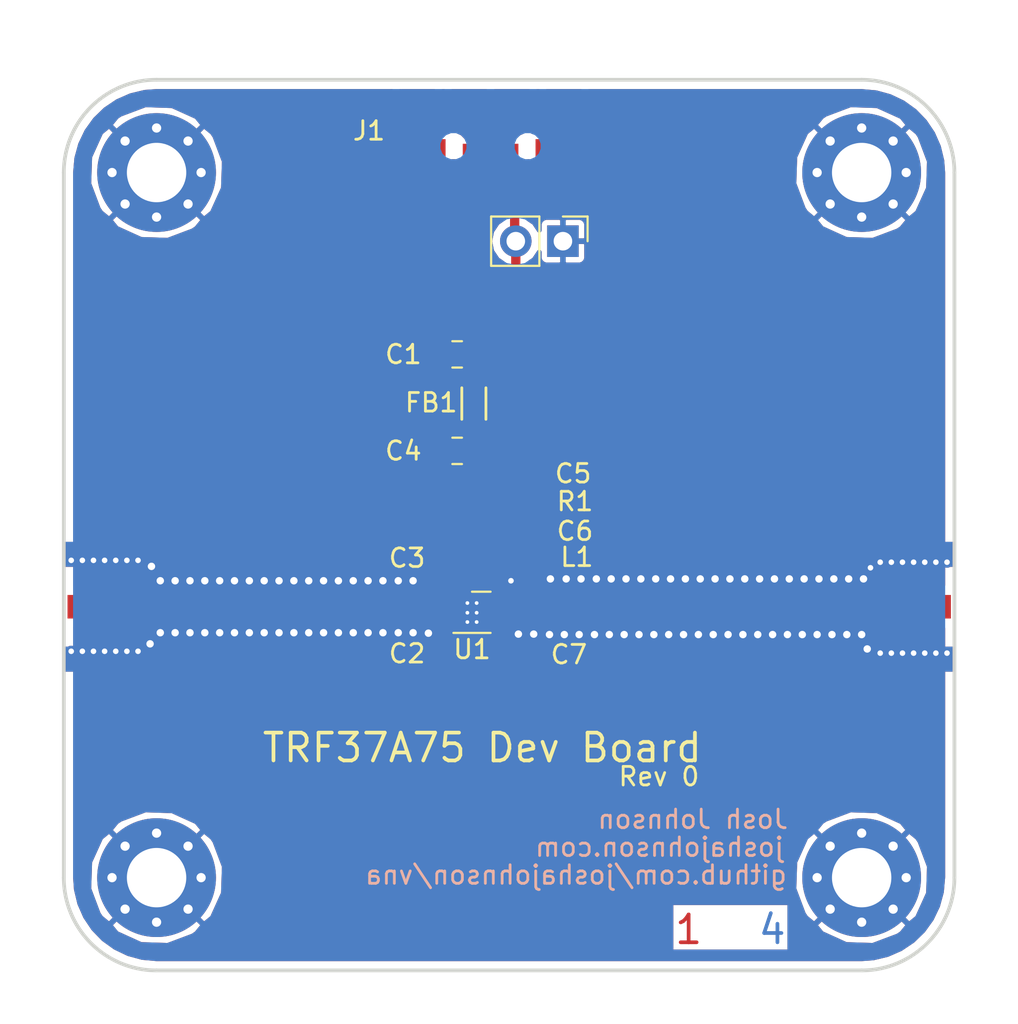
<source format=kicad_pcb>
(kicad_pcb (version 20171130) (host pcbnew "(5.0.2)-1")

  (general
    (thickness 1.6)
    (drawings 8)
    (tracks 161)
    (zones 0)
    (modules 23)
    (nets 12)
  )

  (page A4)
  (layers
    (0 F.Cu signal)
    (1 In1.Cu signal)
    (2 In2.Cu signal)
    (31 B.Cu signal)
    (32 B.Adhes user)
    (33 F.Adhes user)
    (34 B.Paste user)
    (35 F.Paste user)
    (36 B.SilkS user)
    (37 F.SilkS user)
    (38 B.Mask user)
    (39 F.Mask user)
    (40 Dwgs.User user)
    (41 Cmts.User user)
    (42 Eco1.User user)
    (43 Eco2.User user)
    (44 Edge.Cuts user)
    (45 Margin user)
    (46 B.CrtYd user)
    (47 F.CrtYd user)
    (48 B.Fab user)
    (49 F.Fab user)
  )

  (setup
    (last_trace_width 0.25)
    (trace_clearance 0.2)
    (zone_clearance 0.4)
    (zone_45_only no)
    (trace_min 0.2)
    (segment_width 0.2)
    (edge_width 0.2)
    (via_size 0.8)
    (via_drill 0.4)
    (via_min_size 0.45)
    (via_min_drill 0.2)
    (user_via 0.6 0.3)
    (uvia_size 0.3)
    (uvia_drill 0.1)
    (uvias_allowed no)
    (uvia_min_size 0.2)
    (uvia_min_drill 0.1)
    (pcb_text_width 0.3)
    (pcb_text_size 1.5 1.5)
    (mod_edge_width 0.15)
    (mod_text_size 1 1)
    (mod_text_width 0.15)
    (pad_size 1.524 1.524)
    (pad_drill 0.762)
    (pad_to_mask_clearance 0.051)
    (solder_mask_min_width 0.1)
    (aux_axis_origin 0 0)
    (visible_elements 7FFFFFFF)
    (pcbplotparams
      (layerselection 0x010fc_ffffffff)
      (usegerberextensions false)
      (usegerberattributes false)
      (usegerberadvancedattributes false)
      (creategerberjobfile false)
      (excludeedgelayer true)
      (linewidth 0.100000)
      (plotframeref false)
      (viasonmask false)
      (mode 1)
      (useauxorigin false)
      (hpglpennumber 1)
      (hpglpenspeed 20)
      (hpglpendiameter 15.000000)
      (psnegative false)
      (psa4output false)
      (plotreference true)
      (plotvalue true)
      (plotinvisibletext false)
      (padsonsilk false)
      (subtractmaskfromsilk false)
      (outputformat 1)
      (mirror false)
      (drillshape 1)
      (scaleselection 1)
      (outputdirectory ""))
  )

  (net 0 "")
  (net 1 VBUS)
  (net 2 GND)
  (net 3 "Net-(C2-Pad2)")
  (net 4 "Net-(C2-Pad1)")
  (net 5 +5V)
  (net 6 "Net-(C6-Pad1)")
  (net 7 "Net-(C7-Pad1)")
  (net 8 "Net-(C7-Pad2)")
  (net 9 "Net-(J1-Pad3)")
  (net 10 "Net-(J1-Pad4)")
  (net 11 "Net-(J1-Pad2)")

  (net_class Default "This is the default net class."
    (clearance 0.2)
    (trace_width 0.25)
    (via_dia 0.8)
    (via_drill 0.4)
    (uvia_dia 0.3)
    (uvia_drill 0.1)
    (add_net +5V)
    (add_net GND)
    (add_net "Net-(C6-Pad1)")
    (add_net "Net-(J1-Pad2)")
    (add_net "Net-(J1-Pad3)")
    (add_net "Net-(J1-Pad4)")
    (add_net VBUS)
  )

  (net_class 50ohm ""
    (clearance 0.2)
    (trace_width 0.34)
    (via_dia 0.6)
    (via_drill 0.3)
    (uvia_dia 0.3)
    (uvia_drill 0.1)
    (add_net "Net-(C2-Pad1)")
    (add_net "Net-(C2-Pad2)")
    (add_net "Net-(C7-Pad1)")
    (add_net "Net-(C7-Pad2)")
  )

  (module Capacitor_SMD:C_0805_2012Metric (layer F.Cu) (tedit 5B36C52B) (tstamp 5C9A213F)
    (at 118.2 74.8 180)
    (descr "Capacitor SMD 0805 (2012 Metric), square (rectangular) end terminal, IPC_7351 nominal, (Body size source: https://docs.google.com/spreadsheets/d/1BsfQQcO9C6DZCsRaXUlFlo91Tg2WpOkGARC1WS5S8t0/edit?usp=sharing), generated with kicad-footprint-generator")
    (tags capacitor)
    (path /5C8DB5E2)
    (attr smd)
    (fp_text reference C1 (at 2.9 0 180) (layer F.SilkS)
      (effects (font (size 1 1) (thickness 0.15)))
    )
    (fp_text value 10u (at 0 1.65 180) (layer F.Fab)
      (effects (font (size 1 1) (thickness 0.15)))
    )
    (fp_line (start -1 0.6) (end -1 -0.6) (layer F.Fab) (width 0.1))
    (fp_line (start -1 -0.6) (end 1 -0.6) (layer F.Fab) (width 0.1))
    (fp_line (start 1 -0.6) (end 1 0.6) (layer F.Fab) (width 0.1))
    (fp_line (start 1 0.6) (end -1 0.6) (layer F.Fab) (width 0.1))
    (fp_line (start -0.258578 -0.71) (end 0.258578 -0.71) (layer F.SilkS) (width 0.12))
    (fp_line (start -0.258578 0.71) (end 0.258578 0.71) (layer F.SilkS) (width 0.12))
    (fp_line (start -1.68 0.95) (end -1.68 -0.95) (layer F.CrtYd) (width 0.05))
    (fp_line (start -1.68 -0.95) (end 1.68 -0.95) (layer F.CrtYd) (width 0.05))
    (fp_line (start 1.68 -0.95) (end 1.68 0.95) (layer F.CrtYd) (width 0.05))
    (fp_line (start 1.68 0.95) (end -1.68 0.95) (layer F.CrtYd) (width 0.05))
    (fp_text user %R (at 0 0 180) (layer F.Fab)
      (effects (font (size 0.5 0.5) (thickness 0.08)))
    )
    (pad 1 smd roundrect (at -0.9375 0 180) (size 0.975 1.4) (layers F.Cu F.Paste F.Mask) (roundrect_rratio 0.25)
      (net 1 VBUS))
    (pad 2 smd roundrect (at 0.9375 0 180) (size 0.975 1.4) (layers F.Cu F.Paste F.Mask) (roundrect_rratio 0.25)
      (net 2 GND))
    (model ${KISYS3DMOD}/Capacitor_SMD.3dshapes/C_0805_2012Metric.wrl
      (at (xyz 0 0 0))
      (scale (xyz 1 1 1))
      (rotate (xyz 0 0 0))
    )
  )

  (module Capacitor_SMD:C_0402_1005Metric (layer F.Cu) (tedit 5B301BBE) (tstamp 5C9A214E)
    (at 115.5 88.45 180)
    (descr "Capacitor SMD 0402 (1005 Metric), square (rectangular) end terminal, IPC_7351 nominal, (Body size source: http://www.tortai-tech.com/upload/download/2011102023233369053.pdf), generated with kicad-footprint-generator")
    (tags capacitor)
    (path /5C87026C)
    (attr smd)
    (fp_text reference C2 (at 0 -2.475 180) (layer F.SilkS)
      (effects (font (size 1 1) (thickness 0.15)))
    )
    (fp_text value 1n (at 0 1.17 180) (layer F.Fab)
      (effects (font (size 1 1) (thickness 0.15)))
    )
    (fp_text user %R (at 0 0 180) (layer F.Fab)
      (effects (font (size 0.25 0.25) (thickness 0.04)))
    )
    (fp_line (start 0.93 0.47) (end -0.93 0.47) (layer F.CrtYd) (width 0.05))
    (fp_line (start 0.93 -0.47) (end 0.93 0.47) (layer F.CrtYd) (width 0.05))
    (fp_line (start -0.93 -0.47) (end 0.93 -0.47) (layer F.CrtYd) (width 0.05))
    (fp_line (start -0.93 0.47) (end -0.93 -0.47) (layer F.CrtYd) (width 0.05))
    (fp_line (start 0.5 0.25) (end -0.5 0.25) (layer F.Fab) (width 0.1))
    (fp_line (start 0.5 -0.25) (end 0.5 0.25) (layer F.Fab) (width 0.1))
    (fp_line (start -0.5 -0.25) (end 0.5 -0.25) (layer F.Fab) (width 0.1))
    (fp_line (start -0.5 0.25) (end -0.5 -0.25) (layer F.Fab) (width 0.1))
    (pad 2 smd roundrect (at 0.485 0 180) (size 0.59 0.64) (layers F.Cu F.Paste F.Mask) (roundrect_rratio 0.25)
      (net 3 "Net-(C2-Pad2)"))
    (pad 1 smd roundrect (at -0.485 0 180) (size 0.59 0.64) (layers F.Cu F.Paste F.Mask) (roundrect_rratio 0.25)
      (net 4 "Net-(C2-Pad1)"))
    (model ${KISYS3DMOD}/Capacitor_SMD.3dshapes/C_0402_1005Metric.wrl
      (at (xyz 0 0 0))
      (scale (xyz 1 1 1))
      (rotate (xyz 0 0 0))
    )
  )

  (module Capacitor_SMD:C_0402_1005Metric (layer F.Cu) (tedit 5B301BBE) (tstamp 5C9A215D)
    (at 117.4 86.8)
    (descr "Capacitor SMD 0402 (1005 Metric), square (rectangular) end terminal, IPC_7351 nominal, (Body size source: http://www.tortai-tech.com/upload/download/2011102023233369053.pdf), generated with kicad-footprint-generator")
    (tags capacitor)
    (path /5C87589E)
    (attr smd)
    (fp_text reference C3 (at -1.9 -1.025) (layer F.SilkS)
      (effects (font (size 1 1) (thickness 0.15)))
    )
    (fp_text value 10n (at 0 1.17) (layer F.Fab)
      (effects (font (size 1 1) (thickness 0.15)))
    )
    (fp_text user %R (at 0 0) (layer F.Fab)
      (effects (font (size 0.25 0.25) (thickness 0.04)))
    )
    (fp_line (start 0.93 0.47) (end -0.93 0.47) (layer F.CrtYd) (width 0.05))
    (fp_line (start 0.93 -0.47) (end 0.93 0.47) (layer F.CrtYd) (width 0.05))
    (fp_line (start -0.93 -0.47) (end 0.93 -0.47) (layer F.CrtYd) (width 0.05))
    (fp_line (start -0.93 0.47) (end -0.93 -0.47) (layer F.CrtYd) (width 0.05))
    (fp_line (start 0.5 0.25) (end -0.5 0.25) (layer F.Fab) (width 0.1))
    (fp_line (start 0.5 -0.25) (end 0.5 0.25) (layer F.Fab) (width 0.1))
    (fp_line (start -0.5 -0.25) (end 0.5 -0.25) (layer F.Fab) (width 0.1))
    (fp_line (start -0.5 0.25) (end -0.5 -0.25) (layer F.Fab) (width 0.1))
    (pad 2 smd roundrect (at 0.485 0) (size 0.59 0.64) (layers F.Cu F.Paste F.Mask) (roundrect_rratio 0.25)
      (net 2 GND))
    (pad 1 smd roundrect (at -0.485 0) (size 0.59 0.64) (layers F.Cu F.Paste F.Mask) (roundrect_rratio 0.25)
      (net 5 +5V))
    (model ${KISYS3DMOD}/Capacitor_SMD.3dshapes/C_0402_1005Metric.wrl
      (at (xyz 0 0 0))
      (scale (xyz 1 1 1))
      (rotate (xyz 0 0 0))
    )
  )

  (module Capacitor_SMD:C_0805_2012Metric (layer F.Cu) (tedit 5B36C52B) (tstamp 5C9A216E)
    (at 118.2 80 180)
    (descr "Capacitor SMD 0805 (2012 Metric), square (rectangular) end terminal, IPC_7351 nominal, (Body size source: https://docs.google.com/spreadsheets/d/1BsfQQcO9C6DZCsRaXUlFlo91Tg2WpOkGARC1WS5S8t0/edit?usp=sharing), generated with kicad-footprint-generator")
    (tags capacitor)
    (path /5C8DB63A)
    (attr smd)
    (fp_text reference C4 (at 2.9 0 180) (layer F.SilkS)
      (effects (font (size 1 1) (thickness 0.15)))
    )
    (fp_text value 10u (at 0 1.65 180) (layer F.Fab)
      (effects (font (size 1 1) (thickness 0.15)))
    )
    (fp_text user %R (at 0 0 180) (layer F.Fab)
      (effects (font (size 0.5 0.5) (thickness 0.08)))
    )
    (fp_line (start 1.68 0.95) (end -1.68 0.95) (layer F.CrtYd) (width 0.05))
    (fp_line (start 1.68 -0.95) (end 1.68 0.95) (layer F.CrtYd) (width 0.05))
    (fp_line (start -1.68 -0.95) (end 1.68 -0.95) (layer F.CrtYd) (width 0.05))
    (fp_line (start -1.68 0.95) (end -1.68 -0.95) (layer F.CrtYd) (width 0.05))
    (fp_line (start -0.258578 0.71) (end 0.258578 0.71) (layer F.SilkS) (width 0.12))
    (fp_line (start -0.258578 -0.71) (end 0.258578 -0.71) (layer F.SilkS) (width 0.12))
    (fp_line (start 1 0.6) (end -1 0.6) (layer F.Fab) (width 0.1))
    (fp_line (start 1 -0.6) (end 1 0.6) (layer F.Fab) (width 0.1))
    (fp_line (start -1 -0.6) (end 1 -0.6) (layer F.Fab) (width 0.1))
    (fp_line (start -1 0.6) (end -1 -0.6) (layer F.Fab) (width 0.1))
    (pad 2 smd roundrect (at 0.9375 0 180) (size 0.975 1.4) (layers F.Cu F.Paste F.Mask) (roundrect_rratio 0.25)
      (net 2 GND))
    (pad 1 smd roundrect (at -0.9375 0 180) (size 0.975 1.4) (layers F.Cu F.Paste F.Mask) (roundrect_rratio 0.25)
      (net 5 +5V))
    (model ${KISYS3DMOD}/Capacitor_SMD.3dshapes/C_0805_2012Metric.wrl
      (at (xyz 0 0 0))
      (scale (xyz 1 1 1))
      (rotate (xyz 0 0 0))
    )
  )

  (module Capacitor_SMD:C_0402_1005Metric (layer F.Cu) (tedit 5B301BBE) (tstamp 5C9A217D)
    (at 121.6 82.5 180)
    (descr "Capacitor SMD 0402 (1005 Metric), square (rectangular) end terminal, IPC_7351 nominal, (Body size source: http://www.tortai-tech.com/upload/download/2011102023233369053.pdf), generated with kicad-footprint-generator")
    (tags capacitor)
    (path /5C8738F6)
    (attr smd)
    (fp_text reference C5 (at -2.85 1.275 180) (layer F.SilkS)
      (effects (font (size 1 1) (thickness 0.15)))
    )
    (fp_text value 10n (at 0 1.17 180) (layer F.Fab)
      (effects (font (size 1 1) (thickness 0.15)))
    )
    (fp_line (start -0.5 0.25) (end -0.5 -0.25) (layer F.Fab) (width 0.1))
    (fp_line (start -0.5 -0.25) (end 0.5 -0.25) (layer F.Fab) (width 0.1))
    (fp_line (start 0.5 -0.25) (end 0.5 0.25) (layer F.Fab) (width 0.1))
    (fp_line (start 0.5 0.25) (end -0.5 0.25) (layer F.Fab) (width 0.1))
    (fp_line (start -0.93 0.47) (end -0.93 -0.47) (layer F.CrtYd) (width 0.05))
    (fp_line (start -0.93 -0.47) (end 0.93 -0.47) (layer F.CrtYd) (width 0.05))
    (fp_line (start 0.93 -0.47) (end 0.93 0.47) (layer F.CrtYd) (width 0.05))
    (fp_line (start 0.93 0.47) (end -0.93 0.47) (layer F.CrtYd) (width 0.05))
    (fp_text user %R (at 0 0 180) (layer F.Fab)
      (effects (font (size 0.25 0.25) (thickness 0.04)))
    )
    (pad 1 smd roundrect (at -0.485 0 180) (size 0.59 0.64) (layers F.Cu F.Paste F.Mask) (roundrect_rratio 0.25)
      (net 5 +5V))
    (pad 2 smd roundrect (at 0.485 0 180) (size 0.59 0.64) (layers F.Cu F.Paste F.Mask) (roundrect_rratio 0.25)
      (net 2 GND))
    (model ${KISYS3DMOD}/Capacitor_SMD.3dshapes/C_0402_1005Metric.wrl
      (at (xyz 0 0 0))
      (scale (xyz 1 1 1))
      (rotate (xyz 0 0 0))
    )
  )

  (module Capacitor_SMD:C_0402_1005Metric (layer F.Cu) (tedit 5B301BBE) (tstamp 5C9A218C)
    (at 121.6 85.6 180)
    (descr "Capacitor SMD 0402 (1005 Metric), square (rectangular) end terminal, IPC_7351 nominal, (Body size source: http://www.tortai-tech.com/upload/download/2011102023233369053.pdf), generated with kicad-footprint-generator")
    (tags capacitor)
    (path /5C87423D)
    (attr smd)
    (fp_text reference C6 (at -2.95 1.275 180) (layer F.SilkS)
      (effects (font (size 1 1) (thickness 0.15)))
    )
    (fp_text value 10p (at 0 1.17 180) (layer F.Fab)
      (effects (font (size 1 1) (thickness 0.15)))
    )
    (fp_line (start -0.5 0.25) (end -0.5 -0.25) (layer F.Fab) (width 0.1))
    (fp_line (start -0.5 -0.25) (end 0.5 -0.25) (layer F.Fab) (width 0.1))
    (fp_line (start 0.5 -0.25) (end 0.5 0.25) (layer F.Fab) (width 0.1))
    (fp_line (start 0.5 0.25) (end -0.5 0.25) (layer F.Fab) (width 0.1))
    (fp_line (start -0.93 0.47) (end -0.93 -0.47) (layer F.CrtYd) (width 0.05))
    (fp_line (start -0.93 -0.47) (end 0.93 -0.47) (layer F.CrtYd) (width 0.05))
    (fp_line (start 0.93 -0.47) (end 0.93 0.47) (layer F.CrtYd) (width 0.05))
    (fp_line (start 0.93 0.47) (end -0.93 0.47) (layer F.CrtYd) (width 0.05))
    (fp_text user %R (at 0 0 180) (layer F.Fab)
      (effects (font (size 0.25 0.25) (thickness 0.04)))
    )
    (pad 1 smd roundrect (at -0.485 0 180) (size 0.59 0.64) (layers F.Cu F.Paste F.Mask) (roundrect_rratio 0.25)
      (net 6 "Net-(C6-Pad1)"))
    (pad 2 smd roundrect (at 0.485 0 180) (size 0.59 0.64) (layers F.Cu F.Paste F.Mask) (roundrect_rratio 0.25)
      (net 2 GND))
    (model ${KISYS3DMOD}/Capacitor_SMD.3dshapes/C_0402_1005Metric.wrl
      (at (xyz 0 0 0))
      (scale (xyz 1 1 1))
      (rotate (xyz 0 0 0))
    )
  )

  (module Capacitor_SMD:C_0402_1005Metric (layer F.Cu) (tedit 5B301BBE) (tstamp 5C9A219B)
    (at 124.24 88.44 180)
    (descr "Capacitor SMD 0402 (1005 Metric), square (rectangular) end terminal, IPC_7351 nominal, (Body size source: http://www.tortai-tech.com/upload/download/2011102023233369053.pdf), generated with kicad-footprint-generator")
    (tags capacitor)
    (path /5C87020B)
    (attr smd)
    (fp_text reference C7 (at 0.015 -2.535 180) (layer F.SilkS)
      (effects (font (size 1 1) (thickness 0.15)))
    )
    (fp_text value 1n (at 0 1.17 180) (layer F.Fab)
      (effects (font (size 1 1) (thickness 0.15)))
    )
    (fp_line (start -0.5 0.25) (end -0.5 -0.25) (layer F.Fab) (width 0.1))
    (fp_line (start -0.5 -0.25) (end 0.5 -0.25) (layer F.Fab) (width 0.1))
    (fp_line (start 0.5 -0.25) (end 0.5 0.25) (layer F.Fab) (width 0.1))
    (fp_line (start 0.5 0.25) (end -0.5 0.25) (layer F.Fab) (width 0.1))
    (fp_line (start -0.93 0.47) (end -0.93 -0.47) (layer F.CrtYd) (width 0.05))
    (fp_line (start -0.93 -0.47) (end 0.93 -0.47) (layer F.CrtYd) (width 0.05))
    (fp_line (start 0.93 -0.47) (end 0.93 0.47) (layer F.CrtYd) (width 0.05))
    (fp_line (start 0.93 0.47) (end -0.93 0.47) (layer F.CrtYd) (width 0.05))
    (fp_text user %R (at 0 0 180) (layer F.Fab)
      (effects (font (size 0.25 0.25) (thickness 0.04)))
    )
    (pad 1 smd roundrect (at -0.485 0 180) (size 0.59 0.64) (layers F.Cu F.Paste F.Mask) (roundrect_rratio 0.25)
      (net 7 "Net-(C7-Pad1)"))
    (pad 2 smd roundrect (at 0.485 0 180) (size 0.59 0.64) (layers F.Cu F.Paste F.Mask) (roundrect_rratio 0.25)
      (net 8 "Net-(C7-Pad2)"))
    (model ${KISYS3DMOD}/Capacitor_SMD.3dshapes/C_0402_1005Metric.wrl
      (at (xyz 0 0 0))
      (scale (xyz 1 1 1))
      (rotate (xyz 0 0 0))
    )
  )

  (module VNA_Footprints:BEADC1608X95N (layer F.Cu) (tedit 5C29735C) (tstamp 5C9A21AB)
    (at 119.1 77.4 90)
    (descr BLM18KG_S)
    (tags "Ferrite Bead")
    (path /5C8D8D52)
    (attr smd)
    (fp_text reference FB1 (at 0 -2.3 180) (layer F.SilkS)
      (effects (font (size 1 1) (thickness 0.15)))
    )
    (fp_text value BLM18PG181SN1D (at 0 1.9 90) (layer F.Fab) hide
      (effects (font (size 1.27 1.27) (thickness 0.254)))
    )
    (fp_line (start -1.475 -0.75) (end 1.475 -0.75) (layer Dwgs.User) (width 0.05))
    (fp_line (start 1.475 -0.75) (end 1.475 0.75) (layer Dwgs.User) (width 0.05))
    (fp_line (start 1.475 0.75) (end -1.475 0.75) (layer Dwgs.User) (width 0.05))
    (fp_line (start -1.475 0.75) (end -1.475 -0.75) (layer Dwgs.User) (width 0.05))
    (fp_line (start -0.8 -0.4) (end 0.8 -0.4) (layer Dwgs.User) (width 0.1))
    (fp_line (start 0.8 -0.4) (end 0.8 0.4) (layer Dwgs.User) (width 0.1))
    (fp_line (start 0.8 0.4) (end -0.8 0.4) (layer Dwgs.User) (width 0.1))
    (fp_line (start -0.8 0.4) (end -0.8 -0.4) (layer Dwgs.User) (width 0.1))
    (fp_line (start -0.9 0.65) (end 0.8 0.65) (layer F.SilkS) (width 0.15))
    (fp_line (start -0.9 -0.65) (end 0.8 -0.65) (layer F.SilkS) (width 0.15))
    (pad 1 smd rect (at -0.8 0 90) (size 0.85 1) (layers F.Cu F.Paste F.Mask)
      (net 5 +5V))
    (pad 2 smd rect (at 0.8 0 90) (size 0.85 1) (layers F.Cu F.Paste F.Mask)
      (net 1 VBUS))
    (model ${KISYS_USER_3D_MOD}/BLM18PG121SZ1D.stp
      (at (xyz 0 0 0))
      (scale (xyz 1 1 1))
      (rotate (xyz 0 0 0))
    )
  )

  (module MountingHole:MountingHole_3.2mm_M3_Pad_Via (layer F.Cu) (tedit 5C8D8C6F) (tstamp 5C9A21BB)
    (at 102 65)
    (descr "Mounting Hole 3.2mm, M3")
    (tags "mounting hole 3.2mm m3")
    (path /5C8D981E)
    (attr virtual)
    (fp_text reference H1 (at 0 -4.2) (layer F.Fab)
      (effects (font (size 1 1) (thickness 0.15)))
    )
    (fp_text value M3 (at 0 4.2) (layer F.Fab)
      (effects (font (size 1 1) (thickness 0.15)))
    )
    (fp_circle (center 0 0) (end 3.45 0) (layer F.CrtYd) (width 0.05))
    (fp_circle (center 0 0) (end 3.2 0) (layer Cmts.User) (width 0.15))
    (fp_text user %R (at 0.3 0) (layer F.Fab)
      (effects (font (size 1 1) (thickness 0.15)))
    )
    (pad 1 thru_hole circle (at 1.697056 -1.697056) (size 0.8 0.8) (drill 0.5) (layers *.Cu *.Mask)
      (net 2 GND))
    (pad 1 thru_hole circle (at 0 -2.4) (size 0.8 0.8) (drill 0.5) (layers *.Cu *.Mask)
      (net 2 GND))
    (pad 1 thru_hole circle (at -1.697056 -1.697056) (size 0.8 0.8) (drill 0.5) (layers *.Cu *.Mask)
      (net 2 GND))
    (pad 1 thru_hole circle (at -2.4 0) (size 0.8 0.8) (drill 0.5) (layers *.Cu *.Mask)
      (net 2 GND))
    (pad 1 thru_hole circle (at -1.697056 1.697056) (size 0.8 0.8) (drill 0.5) (layers *.Cu *.Mask)
      (net 2 GND))
    (pad 1 thru_hole circle (at 0 2.4) (size 0.8 0.8) (drill 0.5) (layers *.Cu *.Mask)
      (net 2 GND))
    (pad 1 thru_hole circle (at 1.697056 1.697056) (size 0.8 0.8) (drill 0.5) (layers *.Cu *.Mask)
      (net 2 GND))
    (pad 1 thru_hole circle (at 2.4 0) (size 0.8 0.8) (drill 0.5) (layers *.Cu *.Mask)
      (net 2 GND))
    (pad 1 thru_hole circle (at 0 0) (size 6.4 6.4) (drill 3.2) (layers *.Cu *.Mask)
      (net 2 GND))
  )

  (module MountingHole:MountingHole_3.2mm_M3_Pad_Via (layer F.Cu) (tedit 5C8D8C66) (tstamp 5C9A21CB)
    (at 140 103)
    (descr "Mounting Hole 3.2mm, M3")
    (tags "mounting hole 3.2mm m3")
    (path /5C8DB6B6)
    (attr virtual)
    (fp_text reference H2 (at 0 -4.2) (layer F.Fab)
      (effects (font (size 1 1) (thickness 0.15)))
    )
    (fp_text value M3 (at 0 4.2) (layer F.Fab)
      (effects (font (size 1 1) (thickness 0.15)))
    )
    (fp_circle (center 0 0) (end 3.45 0) (layer F.CrtYd) (width 0.05))
    (fp_circle (center 0 0) (end 3.2 0) (layer Cmts.User) (width 0.15))
    (fp_text user %R (at 0.3 0) (layer F.Fab)
      (effects (font (size 1 1) (thickness 0.15)))
    )
    (pad 1 thru_hole circle (at 1.697056 -1.697056) (size 0.8 0.8) (drill 0.5) (layers *.Cu *.Mask)
      (net 2 GND))
    (pad 1 thru_hole circle (at 0 -2.4) (size 0.8 0.8) (drill 0.5) (layers *.Cu *.Mask)
      (net 2 GND))
    (pad 1 thru_hole circle (at -1.697056 -1.697056) (size 0.8 0.8) (drill 0.5) (layers *.Cu *.Mask)
      (net 2 GND))
    (pad 1 thru_hole circle (at -2.4 0) (size 0.8 0.8) (drill 0.5) (layers *.Cu *.Mask)
      (net 2 GND))
    (pad 1 thru_hole circle (at -1.697056 1.697056) (size 0.8 0.8) (drill 0.5) (layers *.Cu *.Mask)
      (net 2 GND))
    (pad 1 thru_hole circle (at 0 2.4) (size 0.8 0.8) (drill 0.5) (layers *.Cu *.Mask)
      (net 2 GND))
    (pad 1 thru_hole circle (at 1.697056 1.697056) (size 0.8 0.8) (drill 0.5) (layers *.Cu *.Mask)
      (net 2 GND))
    (pad 1 thru_hole circle (at 2.4 0) (size 0.8 0.8) (drill 0.5) (layers *.Cu *.Mask)
      (net 2 GND))
    (pad 1 thru_hole circle (at 0 0) (size 6.4 6.4) (drill 3.2) (layers *.Cu *.Mask)
      (net 2 GND))
  )

  (module MountingHole:MountingHole_3.2mm_M3_Pad_Via (layer F.Cu) (tedit 5C8D8C74) (tstamp 5C9A21DB)
    (at 140 65)
    (descr "Mounting Hole 3.2mm, M3")
    (tags "mounting hole 3.2mm m3")
    (path /5C8DA7BB)
    (attr virtual)
    (fp_text reference H3 (at 0 -4.2) (layer F.Fab)
      (effects (font (size 1 1) (thickness 0.15)))
    )
    (fp_text value M3 (at 0 4.2) (layer F.Fab)
      (effects (font (size 1 1) (thickness 0.15)))
    )
    (fp_text user %R (at 0.3 0) (layer F.Fab)
      (effects (font (size 1 1) (thickness 0.15)))
    )
    (fp_circle (center 0 0) (end 3.2 0) (layer Cmts.User) (width 0.15))
    (fp_circle (center 0 0) (end 3.45 0) (layer F.CrtYd) (width 0.05))
    (pad 1 thru_hole circle (at 0 0) (size 6.4 6.4) (drill 3.2) (layers *.Cu *.Mask)
      (net 2 GND))
    (pad 1 thru_hole circle (at 2.4 0) (size 0.8 0.8) (drill 0.5) (layers *.Cu *.Mask)
      (net 2 GND))
    (pad 1 thru_hole circle (at 1.697056 1.697056) (size 0.8 0.8) (drill 0.5) (layers *.Cu *.Mask)
      (net 2 GND))
    (pad 1 thru_hole circle (at 0 2.4) (size 0.8 0.8) (drill 0.5) (layers *.Cu *.Mask)
      (net 2 GND))
    (pad 1 thru_hole circle (at -1.697056 1.697056) (size 0.8 0.8) (drill 0.5) (layers *.Cu *.Mask)
      (net 2 GND))
    (pad 1 thru_hole circle (at -2.4 0) (size 0.8 0.8) (drill 0.5) (layers *.Cu *.Mask)
      (net 2 GND))
    (pad 1 thru_hole circle (at -1.697056 -1.697056) (size 0.8 0.8) (drill 0.5) (layers *.Cu *.Mask)
      (net 2 GND))
    (pad 1 thru_hole circle (at 0 -2.4) (size 0.8 0.8) (drill 0.5) (layers *.Cu *.Mask)
      (net 2 GND))
    (pad 1 thru_hole circle (at 1.697056 -1.697056) (size 0.8 0.8) (drill 0.5) (layers *.Cu *.Mask)
      (net 2 GND))
  )

  (module MountingHole:MountingHole_3.2mm_M3_Pad_Via (layer F.Cu) (tedit 5C8D8C6B) (tstamp 5C9A21EB)
    (at 102 103)
    (descr "Mounting Hole 3.2mm, M3")
    (tags "mounting hole 3.2mm m3")
    (path /5C8DB6C4)
    (attr virtual)
    (fp_text reference H4 (at 0 -4.2) (layer F.Fab)
      (effects (font (size 1 1) (thickness 0.15)))
    )
    (fp_text value M3 (at 0 4.2) (layer F.Fab)
      (effects (font (size 1 1) (thickness 0.15)))
    )
    (fp_text user %R (at 0.3 0) (layer F.Fab)
      (effects (font (size 1 1) (thickness 0.15)))
    )
    (fp_circle (center 0 0) (end 3.2 0) (layer Cmts.User) (width 0.15))
    (fp_circle (center 0 0) (end 3.45 0) (layer F.CrtYd) (width 0.05))
    (pad 1 thru_hole circle (at 0 0) (size 6.4 6.4) (drill 3.2) (layers *.Cu *.Mask)
      (net 2 GND))
    (pad 1 thru_hole circle (at 2.4 0) (size 0.8 0.8) (drill 0.5) (layers *.Cu *.Mask)
      (net 2 GND))
    (pad 1 thru_hole circle (at 1.697056 1.697056) (size 0.8 0.8) (drill 0.5) (layers *.Cu *.Mask)
      (net 2 GND))
    (pad 1 thru_hole circle (at 0 2.4) (size 0.8 0.8) (drill 0.5) (layers *.Cu *.Mask)
      (net 2 GND))
    (pad 1 thru_hole circle (at -1.697056 1.697056) (size 0.8 0.8) (drill 0.5) (layers *.Cu *.Mask)
      (net 2 GND))
    (pad 1 thru_hole circle (at -2.4 0) (size 0.8 0.8) (drill 0.5) (layers *.Cu *.Mask)
      (net 2 GND))
    (pad 1 thru_hole circle (at -1.697056 -1.697056) (size 0.8 0.8) (drill 0.5) (layers *.Cu *.Mask)
      (net 2 GND))
    (pad 1 thru_hole circle (at 0 -2.4) (size 0.8 0.8) (drill 0.5) (layers *.Cu *.Mask)
      (net 2 GND))
    (pad 1 thru_hole circle (at 1.697056 -1.697056) (size 0.8 0.8) (drill 0.5) (layers *.Cu *.Mask)
      (net 2 GND))
  )

  (module VNA_Footprints:MicroUSB_Aliexpress (layer F.Cu) (tedit 5C300721) (tstamp 5C9A2202)
    (at 120 60 180)
    (path /5C86CF36)
    (fp_text reference J1 (at 6.55 -2.75 180) (layer F.SilkS)
      (effects (font (size 1 1) (thickness 0.15)))
    )
    (fp_text value USB_B_Micro (at 0 3.45 180) (layer F.Fab)
      (effects (font (size 1 1) (thickness 0.15)))
    )
    (fp_line (start -5.5 0) (end 5.5 0) (layer F.CrtYd) (width 0.15))
    (fp_text user ^ (at 0 0) (layer F.Fab)
      (effects (font (size 1 1) (thickness 0.15)))
    )
    (fp_text user "PCB Edge" (at 0 1.5 180) (layer F.Fab)
      (effects (font (size 1 1) (thickness 0.15)))
    )
    (fp_line (start 5.5 0) (end 5.5 -5.5) (layer F.CrtYd) (width 0.15))
    (fp_line (start -5.5 0) (end -5.5 -5.5) (layer F.CrtYd) (width 0.15))
    (fp_line (start -5.5 -5.5) (end 5.5 -5.5) (layer F.CrtYd) (width 0.15))
    (pad 6 smd rect (at 1.15 -1.45 180) (size 1.9 1.9) (layers F.Cu F.Paste F.Mask)
      (net 2 GND))
    (pad 6 smd rect (at -1.15 -1.45 180) (size 1.9 1.9) (layers F.Cu F.Paste F.Mask)
      (net 2 GND))
    (pad 6 smd rect (at -3.95 -1.45 180) (size 1.9 1.9) (layers F.Cu F.Paste F.Mask)
      (net 2 GND))
    (pad 6 smd rect (at 3.95 -1.45 180) (size 1.9 1.9) (layers F.Cu F.Paste F.Mask)
      (net 2 GND))
    (pad 6 smd rect (at 3.1 -3.7 180) (size 1.35 1) (layers F.Cu F.Paste F.Mask)
      (net 2 GND))
    (pad 6 smd rect (at -3.1 -3.7 180) (size 1.35 1) (layers F.Cu F.Paste F.Mask)
      (net 2 GND))
    (pad 3 smd rect (at 0 -4.125 180) (size 0.4 1.35) (layers F.Cu F.Paste F.Mask)
      (net 9 "Net-(J1-Pad3)"))
    (pad "" np_thru_hole circle (at -2 -3.58 180) (size 0.6 0.6) (drill 0.6) (layers *.Cu *.Mask))
    (pad "" np_thru_hole circle (at 2 -3.58 180) (size 0.6 0.6) (drill 0.6) (layers *.Mask F.Cu))
    (pad 5 smd rect (at 1.3 -4.125 180) (size 0.4 1.35) (layers F.Cu F.Paste F.Mask)
      (net 2 GND))
    (pad 4 smd rect (at 0.65 -4.125 180) (size 0.4 1.35) (layers F.Cu F.Paste F.Mask)
      (net 10 "Net-(J1-Pad4)"))
    (pad 1 smd rect (at -1.3 -4.125 180) (size 0.4 1.35) (layers F.Cu F.Paste F.Mask)
      (net 1 VBUS))
    (pad 2 smd rect (at -0.65 -4.125 180) (size 0.4 1.35) (layers F.Cu F.Paste F.Mask)
      (net 11 "Net-(J1-Pad2)"))
    (model ${KISYS_USER_3D_MOD}/MicroUSB_Connector.step
      (offset (xyz -3.65 4.2 0))
      (scale (xyz 1 1 1))
      (rotate (xyz -90 0 -90))
    )
  )

  (module Connector_PinHeader_2.54mm:PinHeader_1x02_P2.54mm_Vertical (layer F.Cu) (tedit 5C8D8CA1) (tstamp 5C9A2670)
    (at 123.9 68.7 270)
    (descr "Through hole straight pin header, 1x02, 2.54mm pitch, single row")
    (tags "Through hole pin header THT 1x02 2.54mm single row")
    (path /5C86E041)
    (fp_text reference J2 (at 0 -2.33 270) (layer F.Fab)
      (effects (font (size 1 1) (thickness 0.15)))
    )
    (fp_text value Conn_01x02 (at 0 4.87 270) (layer F.Fab)
      (effects (font (size 1 1) (thickness 0.15)))
    )
    (fp_line (start -0.635 -1.27) (end 1.27 -1.27) (layer F.Fab) (width 0.1))
    (fp_line (start 1.27 -1.27) (end 1.27 3.81) (layer F.Fab) (width 0.1))
    (fp_line (start 1.27 3.81) (end -1.27 3.81) (layer F.Fab) (width 0.1))
    (fp_line (start -1.27 3.81) (end -1.27 -0.635) (layer F.Fab) (width 0.1))
    (fp_line (start -1.27 -0.635) (end -0.635 -1.27) (layer F.Fab) (width 0.1))
    (fp_line (start -1.33 3.87) (end 1.33 3.87) (layer F.SilkS) (width 0.12))
    (fp_line (start -1.33 1.27) (end -1.33 3.87) (layer F.SilkS) (width 0.12))
    (fp_line (start 1.33 1.27) (end 1.33 3.87) (layer F.SilkS) (width 0.12))
    (fp_line (start -1.33 1.27) (end 1.33 1.27) (layer F.SilkS) (width 0.12))
    (fp_line (start -1.33 0) (end -1.33 -1.33) (layer F.SilkS) (width 0.12))
    (fp_line (start -1.33 -1.33) (end 0 -1.33) (layer F.SilkS) (width 0.12))
    (fp_line (start -1.8 -1.8) (end -1.8 4.35) (layer F.CrtYd) (width 0.05))
    (fp_line (start -1.8 4.35) (end 1.8 4.35) (layer F.CrtYd) (width 0.05))
    (fp_line (start 1.8 4.35) (end 1.8 -1.8) (layer F.CrtYd) (width 0.05))
    (fp_line (start 1.8 -1.8) (end -1.8 -1.8) (layer F.CrtYd) (width 0.05))
    (fp_text user %R (at 0 1.27) (layer F.Fab)
      (effects (font (size 1 1) (thickness 0.15)))
    )
    (pad 1 thru_hole rect (at 0 0 270) (size 1.7 1.7) (drill 1) (layers *.Cu *.Mask)
      (net 2 GND))
    (pad 2 thru_hole oval (at 0 2.54 270) (size 1.7 1.7) (drill 1) (layers *.Cu *.Mask)
      (net 1 VBUS))
    (model ${KISYS3DMOD}/Connector_PinHeader_2.54mm.3dshapes/PinHeader_1x02_P2.54mm_Vertical.wrl
      (at (xyz 0 0 0))
      (scale (xyz 1 1 1))
      (rotate (xyz 0 0 0))
    )
  )

  (module VNA_Footprints:SMA_EDGE_MOUNT (layer F.Cu) (tedit 5C2973E8) (tstamp 5C9A2229)
    (at 99.2 88.4 180)
    (descr http://suddendocs.samtec.com/prints/sma-j-p-x-st-em1-mkt.pdf)
    (tags SMA)
    (path /5C86D123)
    (attr smd)
    (fp_text reference J3 (at -1.5 7 180) (layer F.Fab)
      (effects (font (size 1 1) (thickness 0.15)))
    )
    (fp_text value SMA (at -0.3 -5 180) (layer F.Fab)
      (effects (font (size 1 1) (thickness 0.15)))
    )
    (fp_line (start 3.25 0) (end 2.25 0.75) (layer F.Fab) (width 0.1))
    (fp_line (start 2.25 -0.75) (end 3.25 0) (layer F.Fab) (width 0.1))
    (fp_text user %R (at 4.79 0 90) (layer F.Fab)
      (effects (font (size 1 1) (thickness 0.15)))
    )
    (fp_text user "PCB Edge" (at 3 0 270) (layer Dwgs.User)
      (effects (font (size 0.5 0.5) (thickness 0.1)))
    )
    (fp_line (start 2.2 -3.75) (end 2.2 3.75) (layer F.CrtYd) (width 0.15))
    (fp_line (start 2.2 3.75) (end -2.25 3.75) (layer F.CrtYd) (width 0.15))
    (fp_line (start -2.25 3.75) (end -2.25 -3.75) (layer F.CrtYd) (width 0.15))
    (fp_line (start -2.25 -3.75) (end 2.2 -3.75) (layer F.CrtYd) (width 0.15))
    (pad 2 smd rect (at 0 2.825 270) (size 1.35 4.2) (layers B.Cu B.Mask)
      (net 2 GND) (zone_connect 2))
    (pad 2 smd rect (at 0 -2.825 270) (size 1.35 4.2) (layers B.Cu B.Mask)
      (net 2 GND) (zone_connect 2))
    (pad 2 smd rect (at 0 2.825 270) (size 1.35 4.2) (layers F.Cu F.Mask)
      (net 2 GND) (zone_connect 2))
    (pad 2 smd rect (at 0 -2.825 270) (size 1.35 4.2) (layers F.Cu F.Mask)
      (net 2 GND) (zone_connect 2))
    (pad 1 smd rect (at 0.2 0 270) (size 1.27 3.6) (layers F.Cu F.Mask)
      (net 3 "Net-(C2-Pad2)"))
    (model ${KISYS_USER_3D_MOD}/SMA_CONN_EDGE_MOUNT.step
      (offset (xyz 4 -3.2 3.5))
      (scale (xyz 1 1 1))
      (rotate (xyz -90 -180 -90))
    )
  )

  (module VNA_Footprints:SMA_EDGE_MOUNT (layer F.Cu) (tedit 5C2973E8) (tstamp 5C9A223A)
    (at 142.81 88.4)
    (descr http://suddendocs.samtec.com/prints/sma-j-p-x-st-em1-mkt.pdf)
    (tags SMA)
    (path /5C86D074)
    (attr smd)
    (fp_text reference J4 (at -1.5 7) (layer F.Fab)
      (effects (font (size 1 1) (thickness 0.15)))
    )
    (fp_text value SMA (at -0.3 -5) (layer F.Fab)
      (effects (font (size 1 1) (thickness 0.15)))
    )
    (fp_line (start -2.25 -3.75) (end 2.2 -3.75) (layer F.CrtYd) (width 0.15))
    (fp_line (start -2.25 3.75) (end -2.25 -3.75) (layer F.CrtYd) (width 0.15))
    (fp_line (start 2.2 3.75) (end -2.25 3.75) (layer F.CrtYd) (width 0.15))
    (fp_line (start 2.2 -3.75) (end 2.2 3.75) (layer F.CrtYd) (width 0.15))
    (fp_text user "PCB Edge" (at 3 0 90) (layer Dwgs.User)
      (effects (font (size 0.5 0.5) (thickness 0.1)))
    )
    (fp_text user %R (at 4.79 0 270) (layer F.Fab)
      (effects (font (size 1 1) (thickness 0.15)))
    )
    (fp_line (start 2.25 -0.75) (end 3.25 0) (layer F.Fab) (width 0.1))
    (fp_line (start 3.25 0) (end 2.25 0.75) (layer F.Fab) (width 0.1))
    (pad 1 smd rect (at 0.2 0 90) (size 1.27 3.6) (layers F.Cu F.Mask)
      (net 7 "Net-(C7-Pad1)"))
    (pad 2 smd rect (at 0 -2.825 90) (size 1.35 4.2) (layers F.Cu F.Mask)
      (net 2 GND) (zone_connect 2))
    (pad 2 smd rect (at 0 2.825 90) (size 1.35 4.2) (layers F.Cu F.Mask)
      (net 2 GND) (zone_connect 2))
    (pad 2 smd rect (at 0 -2.825 90) (size 1.35 4.2) (layers B.Cu B.Mask)
      (net 2 GND) (zone_connect 2))
    (pad 2 smd rect (at 0 2.825 90) (size 1.35 4.2) (layers B.Cu B.Mask)
      (net 2 GND) (zone_connect 2))
    (model ${KISYS_USER_3D_MOD}/SMA_CONN_EDGE_MOUNT.step
      (offset (xyz 4 -3.2 3.5))
      (scale (xyz 1 1 1))
      (rotate (xyz -90 -180 -90))
    )
  )

  (module Inductor_SMD:L_0402_1005Metric (layer F.Cu) (tedit 5B301BBE) (tstamp 5C9A5B60)
    (at 122.1 87.2 270)
    (descr "Inductor SMD 0402 (1005 Metric), square (rectangular) end terminal, IPC_7351 nominal, (Body size source: http://www.tortai-tech.com/upload/download/2011102023233369053.pdf), generated with kicad-footprint-generator")
    (tags inductor)
    (path /5C870064)
    (attr smd)
    (fp_text reference L1 (at -1.475 -2.55) (layer F.SilkS)
      (effects (font (size 1 1) (thickness 0.15)))
    )
    (fp_text value 100n (at 0 1.17 270) (layer F.Fab)
      (effects (font (size 1 1) (thickness 0.15)))
    )
    (fp_line (start -0.5 0.25) (end -0.5 -0.25) (layer F.Fab) (width 0.1))
    (fp_line (start -0.5 -0.25) (end 0.5 -0.25) (layer F.Fab) (width 0.1))
    (fp_line (start 0.5 -0.25) (end 0.5 0.25) (layer F.Fab) (width 0.1))
    (fp_line (start 0.5 0.25) (end -0.5 0.25) (layer F.Fab) (width 0.1))
    (fp_line (start -0.93 0.47) (end -0.93 -0.47) (layer F.CrtYd) (width 0.05))
    (fp_line (start -0.93 -0.47) (end 0.93 -0.47) (layer F.CrtYd) (width 0.05))
    (fp_line (start 0.93 -0.47) (end 0.93 0.47) (layer F.CrtYd) (width 0.05))
    (fp_line (start 0.93 0.47) (end -0.93 0.47) (layer F.CrtYd) (width 0.05))
    (fp_text user %R (at 0 0 270) (layer F.Fab)
      (effects (font (size 0.25 0.25) (thickness 0.04)))
    )
    (pad 1 smd roundrect (at -0.485 0 270) (size 0.59 0.64) (layers F.Cu F.Paste F.Mask) (roundrect_rratio 0.25)
      (net 6 "Net-(C6-Pad1)"))
    (pad 2 smd roundrect (at 0.485 0 270) (size 0.59 0.64) (layers F.Cu F.Paste F.Mask) (roundrect_rratio 0.25)
      (net 8 "Net-(C7-Pad2)"))
    (model ${KISYS3DMOD}/Inductor_SMD.3dshapes/L_0402_1005Metric.wrl
      (at (xyz 0 0 0))
      (scale (xyz 1 1 1))
      (rotate (xyz 0 0 0))
    )
  )

  (module Resistor_SMD:R_0402_1005Metric (layer F.Cu) (tedit 5B301BBD) (tstamp 5C9A2258)
    (at 122.1 84 270)
    (descr "Resistor SMD 0402 (1005 Metric), square (rectangular) end terminal, IPC_7351 nominal, (Body size source: http://www.tortai-tech.com/upload/download/2011102023233369053.pdf), generated with kicad-footprint-generator")
    (tags resistor)
    (path /5C870133)
    (attr smd)
    (fp_text reference R1 (at -1.275 -2.45) (layer F.SilkS)
      (effects (font (size 1 1) (thickness 0.15)))
    )
    (fp_text value 1R8 (at 0 1.17 270) (layer F.Fab)
      (effects (font (size 1 1) (thickness 0.15)))
    )
    (fp_line (start -0.5 0.25) (end -0.5 -0.25) (layer F.Fab) (width 0.1))
    (fp_line (start -0.5 -0.25) (end 0.5 -0.25) (layer F.Fab) (width 0.1))
    (fp_line (start 0.5 -0.25) (end 0.5 0.25) (layer F.Fab) (width 0.1))
    (fp_line (start 0.5 0.25) (end -0.5 0.25) (layer F.Fab) (width 0.1))
    (fp_line (start -0.93 0.47) (end -0.93 -0.47) (layer F.CrtYd) (width 0.05))
    (fp_line (start -0.93 -0.47) (end 0.93 -0.47) (layer F.CrtYd) (width 0.05))
    (fp_line (start 0.93 -0.47) (end 0.93 0.47) (layer F.CrtYd) (width 0.05))
    (fp_line (start 0.93 0.47) (end -0.93 0.47) (layer F.CrtYd) (width 0.05))
    (fp_text user %R (at 0 0 270) (layer F.Fab)
      (effects (font (size 0.25 0.25) (thickness 0.04)))
    )
    (pad 1 smd roundrect (at -0.485 0 270) (size 0.59 0.64) (layers F.Cu F.Paste F.Mask) (roundrect_rratio 0.25)
      (net 5 +5V))
    (pad 2 smd roundrect (at 0.485 0 270) (size 0.59 0.64) (layers F.Cu F.Paste F.Mask) (roundrect_rratio 0.25)
      (net 6 "Net-(C6-Pad1)"))
    (model ${KISYS3DMOD}/Resistor_SMD.3dshapes/R_0402_1005Metric.wrl
      (at (xyz 0 0 0))
      (scale (xyz 1 1 1))
      (rotate (xyz 0 0 0))
    )
  )

  (module Package_DFN_QFN:DFN-8-1EP_2x2mm_P0.5mm_EP0.9x1.5mm (layer F.Cu) (tedit 5BB79805) (tstamp 5C9A2275)
    (at 119 88.7)
    (descr "DFN, 8 Pin (http://ww1.microchip.com/downloads/en/DeviceDoc/Atmel-8127-AVR-8-bit-Microcontroller-ATtiny4-ATtiny5-ATtiny9-ATtiny10_Datasheet.pdf), generated with kicad-footprint-generator ipc_dfn_qfn_generator.py")
    (tags "DFN DFN_QFN")
    (path /5C86DCF3)
    (attr smd)
    (fp_text reference U1 (at 0 2) (layer F.SilkS)
      (effects (font (size 1 1) (thickness 0.15)))
    )
    (fp_text value TRF37A75 (at 0 1.95) (layer F.Fab)
      (effects (font (size 1 1) (thickness 0.15)))
    )
    (fp_line (start 0 -1.11) (end 1 -1.11) (layer F.SilkS) (width 0.12))
    (fp_line (start -1 1.11) (end 1 1.11) (layer F.SilkS) (width 0.12))
    (fp_line (start -0.5 -1) (end 1 -1) (layer F.Fab) (width 0.1))
    (fp_line (start 1 -1) (end 1 1) (layer F.Fab) (width 0.1))
    (fp_line (start 1 1) (end -1 1) (layer F.Fab) (width 0.1))
    (fp_line (start -1 1) (end -1 -0.5) (layer F.Fab) (width 0.1))
    (fp_line (start -1 -0.5) (end -0.5 -1) (layer F.Fab) (width 0.1))
    (fp_line (start -1.6 -1.25) (end -1.6 1.25) (layer F.CrtYd) (width 0.05))
    (fp_line (start -1.6 1.25) (end 1.6 1.25) (layer F.CrtYd) (width 0.05))
    (fp_line (start 1.6 1.25) (end 1.6 -1.25) (layer F.CrtYd) (width 0.05))
    (fp_line (start 1.6 -1.25) (end -1.6 -1.25) (layer F.CrtYd) (width 0.05))
    (fp_text user %R (at 0 0) (layer F.Fab)
      (effects (font (size 0.5 0.5) (thickness 0.08)))
    )
    (pad 9 smd roundrect (at 0 0) (size 0.9 1.5) (layers F.Cu F.Mask) (roundrect_rratio 0.25)
      (net 2 GND))
    (pad "" smd roundrect (at -0.225 -0.375) (size 0.36 0.6) (layers F.Paste) (roundrect_rratio 0.25))
    (pad "" smd roundrect (at -0.225 0.375) (size 0.36 0.6) (layers F.Paste) (roundrect_rratio 0.25))
    (pad "" smd roundrect (at 0.225 -0.375) (size 0.36 0.6) (layers F.Paste) (roundrect_rratio 0.25))
    (pad "" smd roundrect (at 0.225 0.375) (size 0.36 0.6) (layers F.Paste) (roundrect_rratio 0.25))
    (pad 1 smd roundrect (at -1 -0.75) (size 0.7 0.25) (layers F.Cu F.Paste F.Mask) (roundrect_rratio 0.25)
      (net 5 +5V))
    (pad 2 smd roundrect (at -1 -0.25) (size 0.7 0.25) (layers F.Cu F.Paste F.Mask) (roundrect_rratio 0.25)
      (net 4 "Net-(C2-Pad1)"))
    (pad 3 smd roundrect (at -1 0.25) (size 0.7 0.25) (layers F.Cu F.Paste F.Mask) (roundrect_rratio 0.25)
      (net 2 GND))
    (pad 4 smd roundrect (at -1 0.75) (size 0.7 0.25) (layers F.Cu F.Paste F.Mask) (roundrect_rratio 0.25)
      (net 2 GND))
    (pad 5 smd roundrect (at 1 0.75) (size 0.7 0.25) (layers F.Cu F.Paste F.Mask) (roundrect_rratio 0.25)
      (net 2 GND))
    (pad 6 smd roundrect (at 1 0.25) (size 0.7 0.25) (layers F.Cu F.Paste F.Mask) (roundrect_rratio 0.25)
      (net 2 GND))
    (pad 7 smd roundrect (at 1 -0.25) (size 0.7 0.25) (layers F.Cu F.Paste F.Mask) (roundrect_rratio 0.25)
      (net 8 "Net-(C7-Pad2)"))
    (pad 8 smd roundrect (at 1 -0.75) (size 0.7 0.25) (layers F.Cu F.Paste F.Mask) (roundrect_rratio 0.25)
      (net 2 GND))
    (model ${KISYS3DMOD}/Package_DFN_QFN.3dshapes/DFN-8-1EP_2x2mm_P0.5mm_EP0.9x1.5mm.wrl
      (at (xyz 0 0 0))
      (scale (xyz 1 1 1))
      (rotate (xyz 0 0 0))
    )
  )

  (module VNA_Footprints:4LayerCheck (layer F.Cu) (tedit 5C2839ED) (tstamp 5C9A4F7B)
    (at 133.175 105.8)
    (fp_text reference REF** (at 0.5 -4) (layer F.Fab)
      (effects (font (size 1 1) (thickness 0.15)))
    )
    (fp_text value 4LayerCheck (at 0.5 4.25) (layer F.Fab)
      (effects (font (size 1 1) (thickness 0.15)))
    )
    (fp_poly (pts (xy -3.25 -1.25) (xy 2.75 -1.25) (xy 2.75 1) (xy -3.25 1)) (layer B.Mask) (width 0.15))
    (fp_poly (pts (xy -3.25 -1.25) (xy 2.75 -1.25) (xy 2.75 1) (xy -3.25 1)) (layer F.Mask) (width 0.15))
    (fp_text user 4 (at 2 0) (layer B.Cu)
      (effects (font (size 1.5 1.5) (thickness 0.2)))
    )
    (fp_text user 3 (at 0.5 0) (layer In2.Cu)
      (effects (font (size 1.5 1.5) (thickness 0.2)))
    )
    (fp_text user 2 (at -1 0) (layer In1.Cu)
      (effects (font (size 1.5 1.5) (thickness 0.2)))
    )
    (fp_text user 1 (at -2.5 0) (layer F.Cu)
      (effects (font (size 1.5 1.5) (thickness 0.2)))
    )
  )

  (module VNA_Footprints:BoardTitle (layer F.Cu) (tedit 5C8D99C1) (tstamp 5C9A537F)
    (at 118.2 94.6)
    (fp_text reference REF** (at 0 0.5) (layer F.Fab)
      (effects (font (size 1 1) (thickness 0.15)))
    )
    (fp_text value "Board Title" (at 0 -0.5) (layer F.Fab)
      (effects (font (size 1 1) (thickness 0.15)))
    )
    (fp_text user "Rev 0" (at 10.875 2.95) (layer F.SilkS)
      (effects (font (size 1 1) (thickness 0.15)))
    )
    (fp_text user "TRF37A75 Dev Board" (at 1.35 1.4) (layer F.SilkS)
      (effects (font (size 1.5 1.5) (thickness 0.2)))
    )
  )

  (module VNA_Footprints:OSHW_Logo_3.6x3.6_F.Mask (layer F.Cu) (tedit 0) (tstamp 5C9A5EA3)
    (at 127.225 105.625)
    (fp_text reference G*** (at 0 0) (layer F.SilkS) hide
      (effects (font (size 1.524 1.524) (thickness 0.3)))
    )
    (fp_text value LOGO (at 0.75 0) (layer F.SilkS) hide
      (effects (font (size 1.524 1.524) (thickness 0.3)))
    )
    (fp_poly (pts (xy 0.046025 -1.386642) (xy 0.087086 -1.386332) (xy 0.123939 -1.385856) (xy 0.155448 -1.385237)
      (xy 0.180478 -1.384498) (xy 0.197893 -1.383663) (xy 0.206557 -1.382756) (xy 0.20721 -1.382529)
      (xy 0.209787 -1.376529) (xy 0.213922 -1.361213) (xy 0.219466 -1.337279) (xy 0.226268 -1.305427)
      (xy 0.234179 -1.266356) (xy 0.243047 -1.220763) (xy 0.250901 -1.17915) (xy 0.259151 -1.135399)
      (xy 0.267001 -1.094735) (xy 0.274225 -1.058252) (xy 0.280599 -1.027043) (xy 0.285898 -1.002202)
      (xy 0.289897 -0.984823) (xy 0.292372 -0.976) (xy 0.292802 -0.975166) (xy 0.299048 -0.971629)
      (xy 0.313151 -0.965084) (xy 0.333676 -0.956111) (xy 0.35919 -0.94529) (xy 0.388258 -0.9332)
      (xy 0.419446 -0.920422) (xy 0.45132 -0.907534) (xy 0.482447 -0.895118) (xy 0.511392 -0.883752)
      (xy 0.536721 -0.874017) (xy 0.556999 -0.866492) (xy 0.570794 -0.861758) (xy 0.576671 -0.860393)
      (xy 0.576678 -0.860395) (xy 0.581988 -0.863667) (xy 0.594724 -0.872072) (xy 0.613948 -0.884975)
      (xy 0.638724 -0.901743) (xy 0.668114 -0.92174) (xy 0.70118 -0.944331) (xy 0.736986 -0.968881)
      (xy 0.745656 -0.974838) (xy 0.782085 -0.999723) (xy 0.816148 -1.022694) (xy 0.846886 -1.043126)
      (xy 0.873339 -1.060394) (xy 0.894549 -1.073874) (xy 0.909556 -1.082941) (xy 0.917401 -1.086972)
      (xy 0.918086 -1.087121) (xy 0.923807 -1.083609) (xy 0.935602 -1.073708) (xy 0.95252 -1.058368)
      (xy 0.973609 -1.038542) (xy 0.997919 -1.01518) (xy 1.0245 -0.989233) (xy 1.0524 -0.961653)
      (xy 1.080669 -0.933391) (xy 1.108355 -0.905397) (xy 1.134508 -0.878624) (xy 1.158178 -0.854022)
      (xy 1.178412 -0.832542) (xy 1.194261 -0.815136) (xy 1.204774 -0.802754) (xy 1.208999 -0.796349)
      (xy 1.20904 -0.796062) (xy 1.206243 -0.789942) (xy 1.198279 -0.77647) (xy 1.185789 -0.756628)
      (xy 1.16941 -0.731402) (xy 1.149783 -0.701774) (xy 1.127547 -0.668731) (xy 1.103341 -0.633255)
      (xy 1.101788 -0.630995) (xy 1.077294 -0.595274) (xy 1.054499 -0.561861) (xy 1.03408 -0.531756)
      (xy 1.016708 -0.505962) (xy 1.00306 -0.485479) (xy 0.993807 -0.471308) (xy 0.989626 -0.46445)
      (xy 0.989568 -0.46433) (xy 0.988784 -0.459609) (xy 0.989912 -0.451769) (xy 0.993299 -0.439857)
      (xy 0.999292 -0.422916) (xy 1.008241 -0.399993) (xy 1.020491 -0.370133) (xy 1.03639 -0.332381)
      (xy 1.044749 -0.312748) (xy 1.061018 -0.275148) (xy 1.076011 -0.24149) (xy 1.089231 -0.212832)
      (xy 1.100175 -0.190228) (xy 1.108346 -0.174735) (xy 1.113243 -0.167408) (xy 1.11371 -0.167052)
      (xy 1.12056 -0.165072) (xy 1.136248 -0.161498) (xy 1.159616 -0.156566) (xy 1.189508 -0.150509)
      (xy 1.224767 -0.143561) (xy 1.264236 -0.135956) (xy 1.306757 -0.127929) (xy 1.311409 -0.12706)
      (xy 1.360146 -0.11782) (xy 1.403053 -0.109379) (xy 1.43939 -0.101898) (xy 1.468418 -0.095537)
      (xy 1.489397 -0.090456) (xy 1.501585 -0.086816) (xy 1.504451 -0.085286) (xy 1.505372 -0.078904)
      (xy 1.506225 -0.063497) (xy 1.506989 -0.040202) (xy 1.507638 -0.010153) (xy 1.508151 0.025514)
      (xy 1.508503 0.065663) (xy 1.508671 0.109159) (xy 1.508682 0.120027) (xy 1.508649 0.171548)
      (xy 1.508486 0.213801) (xy 1.508162 0.24768) (xy 1.507647 0.274077) (xy 1.506908 0.293884)
      (xy 1.505916 0.307996) (xy 1.504639 0.317303) (xy 1.503046 0.322699) (xy 1.501595 0.324741)
      (xy 1.495095 0.326999) (xy 1.479763 0.330799) (xy 1.456765 0.335898) (xy 1.427271 0.34205)
      (xy 1.39245 0.349013) (xy 1.35347 0.356543) (xy 1.312365 0.364236) (xy 1.26621 0.372897)
      (xy 1.224798 0.380981) (xy 1.189062 0.388286) (xy 1.159937 0.394611) (xy 1.138354 0.399758)
      (xy 1.125249 0.403525) (xy 1.121726 0.405133) (xy 1.117704 0.411585) (xy 1.110714 0.425987)
      (xy 1.101314 0.446948) (xy 1.090063 0.473082) (xy 1.077519 0.503) (xy 1.06424 0.535313)
      (xy 1.050785 0.568634) (xy 1.037712 0.601575) (xy 1.02558 0.632747) (xy 1.014946 0.660763)
      (xy 1.006369 0.684233) (xy 1.000408 0.701771) (xy 0.99762 0.711987) (xy 0.997556 0.713842)
      (xy 1.000901 0.719358) (xy 1.009348 0.732262) (xy 1.022236 0.751573) (xy 1.038906 0.776312)
      (xy 1.058697 0.805498) (xy 1.080948 0.838151) (xy 1.104512 0.872582) (xy 1.128487 0.907797)
      (xy 1.150526 0.940662) (xy 1.169982 0.970174) (xy 1.186209 0.995331) (xy 1.198558 1.01513)
      (xy 1.206383 1.028568) (xy 1.20904 1.034588) (xy 1.205537 1.040258) (xy 1.195662 1.052017)
      (xy 1.180363 1.068914) (xy 1.16059 1.089997) (xy 1.13729 1.114314) (xy 1.111414 1.140912)
      (xy 1.083908 1.168838) (xy 1.055723 1.197142) (xy 1.027807 1.22487) (xy 1.001109 1.251071)
      (xy 0.976578 1.274792) (xy 0.955162 1.295081) (xy 0.93781 1.310985) (xy 0.925471 1.321554)
      (xy 0.919094 1.325834) (xy 0.918792 1.32588) (xy 0.912917 1.323089) (xy 0.89969 1.315148)
      (xy 0.880102 1.302705) (xy 0.855147 1.286406) (xy 0.825814 1.2669) (xy 0.793098 1.244834)
      (xy 0.759274 1.22174) (xy 0.724192 1.197807) (xy 0.691493 1.175813) (xy 0.662179 1.156405)
      (xy 0.637247 1.140232) (xy 0.617696 1.127942) (xy 0.604527 1.120183) (xy 0.598812 1.1176)
      (xy 0.591386 1.11992) (xy 0.576894 1.126305) (xy 0.557157 1.13589) (xy 0.533991 1.14781)
      (xy 0.52335 1.153481) (xy 0.4978 1.166747) (xy 0.475514 1.177375) (xy 0.458172 1.184622)
      (xy 0.447456 1.187744) (xy 0.445823 1.187771) (xy 0.443235 1.186377) (xy 0.439874 1.182452)
      (xy 0.435467 1.175381) (xy 0.429738 1.164547) (xy 0.422414 1.149334) (xy 0.41322 1.129125)
      (xy 0.401884 1.103305) (xy 0.388129 1.071257) (xy 0.371684 1.032365) (xy 0.352272 0.986012)
      (xy 0.32962 0.931582) (xy 0.303454 0.868459) (xy 0.29886 0.857359) (xy 0.276257 0.802528)
      (xy 0.254911 0.750342) (xy 0.235128 0.701575) (xy 0.217213 0.656998) (xy 0.201473 0.617386)
      (xy 0.188212 0.58351) (xy 0.177736 0.556143) (xy 0.170352 0.53606) (xy 0.166364 0.524031)
      (xy 0.16576 0.520809) (xy 0.170949 0.514897) (xy 0.182723 0.504827) (xy 0.199234 0.492102)
      (xy 0.215173 0.480629) (xy 0.257327 0.44957) (xy 0.291753 0.420231) (xy 0.320203 0.390682)
      (xy 0.344432 0.358997) (xy 0.366194 0.323247) (xy 0.376863 0.302918) (xy 0.400756 0.244488)
      (xy 0.415076 0.184158) (xy 0.419979 0.122953) (xy 0.415623 0.061898) (xy 0.402163 0.002019)
      (xy 0.379756 -0.055658) (xy 0.348559 -0.110109) (xy 0.308727 -0.160308) (xy 0.305664 -0.163589)
      (xy 0.258017 -0.207167) (xy 0.204808 -0.242578) (xy 0.145354 -0.270245) (xy 0.11666 -0.280193)
      (xy 0.099933 -0.285026) (xy 0.084165 -0.288368) (xy 0.066854 -0.290481) (xy 0.045497 -0.291627)
      (xy 0.017593 -0.292065) (xy 0.00254 -0.2921) (xy -0.029085 -0.29189) (xy -0.053064 -0.291084)
      (xy -0.071907 -0.289422) (xy -0.088123 -0.286643) (xy -0.104222 -0.282484) (xy -0.11176 -0.280198)
      (xy -0.173754 -0.255795) (xy -0.230039 -0.22331) (xy -0.280031 -0.183237) (xy -0.323146 -0.136067)
      (xy -0.358799 -0.082293) (xy -0.368671 -0.0635) (xy -0.389244 -0.016643) (xy -0.402766 0.027726)
      (xy -0.41014 0.073443) (xy -0.412273 0.12192) (xy -0.407414 0.186989) (xy -0.393008 0.249065)
      (xy -0.369312 0.30751) (xy -0.336584 0.361687) (xy -0.296045 0.409975) (xy -0.27786 0.426971)
      (xy -0.254238 0.446791) (xy -0.228252 0.467052) (xy -0.202977 0.485368) (xy -0.181486 0.499354)
      (xy -0.178861 0.500883) (xy -0.167168 0.509785) (xy -0.160128 0.519264) (xy -0.159675 0.520648)
      (xy -0.161128 0.527322) (xy -0.166359 0.542833) (xy -0.175168 0.566671) (xy -0.187353 0.598326)
      (xy -0.202713 0.637287) (xy -0.221047 0.683043) (xy -0.242154 0.735085) (xy -0.265834 0.792901)
      (xy -0.289272 0.849679) (xy -0.3117 0.903781) (xy -0.333086 0.955286) (xy -0.353097 1.003399)
      (xy -0.371401 1.047325) (xy -0.387666 1.086268) (xy -0.401558 1.119433) (xy -0.412747 1.146026)
      (xy -0.420898 1.165249) (xy -0.425681 1.176309) (xy -0.426747 1.178609) (xy -0.43498 1.186716)
      (xy -0.441789 1.18872) (xy -0.449502 1.186394) (xy -0.464255 1.179995) (xy -0.48421 1.170387)
      (xy -0.50753 1.158437) (xy -0.518358 1.152672) (xy -0.548166 1.137192) (xy -0.571684 1.126189)
      (xy -0.588125 1.120007) (xy -0.596178 1.118837) (xy -0.60332 1.122269) (xy -0.617462 1.1307)
      (xy -0.637291 1.143286) (xy -0.661494 1.159184) (xy -0.688759 1.177551) (xy -0.70612 1.189461)
      (xy -0.753038 1.221822) (xy -0.792318 1.248815) (xy -0.824648 1.270892) (xy -0.850719 1.288506)
      (xy -0.871219 1.302109) (xy -0.886837 1.312155) (xy -0.898261 1.319097) (xy -0.906181 1.323388)
      (xy -0.911286 1.32548) (xy -0.913613 1.32588) (xy -0.918879 1.322399) (xy -0.930465 1.312478)
      (xy -0.94754 1.296897) (xy -0.969279 1.276437) (xy -0.994852 1.25188) (xy -1.023432 1.224006)
      (xy -1.054191 1.193597) (xy -1.060269 1.187541) (xy -1.091264 1.15647) (xy -1.11999 1.127382)
      (xy -1.145643 1.101112) (xy -1.167423 1.078494) (xy -1.184527 1.060363) (xy -1.196153 1.047552)
      (xy -1.201499 1.040896) (xy -1.201734 1.040413) (xy -1.202633 1.037436) (xy -1.202948 1.034393)
      (xy -1.202165 1.03046) (xy -1.199774 1.024812) (xy -1.195263 1.016624) (xy -1.188121 1.005072)
      (xy -1.177835 0.98933) (xy -1.163895 0.968575) (xy -1.145788 0.94198) (xy -1.123004 0.908721)
      (xy -1.095031 0.867973) (xy -1.092485 0.864266) (xy -1.068839 0.829625) (xy -1.047135 0.797438)
      (xy -1.028027 0.768706) (xy -1.012169 0.744428) (xy -1.000215 0.725605) (xy -0.992819 0.713237)
      (xy -0.9906 0.708469) (xy -0.992429 0.70207) (xy -0.99761 0.687455) (xy -1.005686 0.665826)
      (xy -1.016198 0.638385) (xy -1.028688 0.606333) (xy -1.0427 0.570874) (xy -1.049706 0.553307)
      (xy -1.067443 0.509314) (xy -1.081995 0.474051) (xy -1.093724 0.446727) (xy -1.102994 0.426551)
      (xy -1.110167 0.412734) (xy -1.115606 0.404485) (xy -1.119556 0.401059) (xy -1.126915 0.399121)
      (xy -1.143064 0.395609) (xy -1.166798 0.390762) (xy -1.196909 0.384819) (xy -1.232191 0.378018)
      (xy -1.271438 0.370597) (xy -1.310079 0.363414) (xy -1.351719 0.355616) (xy -1.390331 0.348154)
      (xy -1.424739 0.341273) (xy -1.45377 0.335217) (xy -1.476249 0.330232) (xy -1.491002 0.32656)
      (xy -1.496769 0.324531) (xy -1.498567 0.32136) (xy -1.500039 0.314541) (xy -1.501215 0.303211)
      (xy -1.502123 0.286509) (xy -1.502793 0.263571) (xy -1.503254 0.233536) (xy -1.503535 0.195541)
      (xy -1.503664 0.148724) (xy -1.50368 0.118875) (xy -1.50368 -0.081046) (xy -1.49225 -0.088098)
      (xy -1.484763 -0.0906) (xy -1.468464 -0.094628) (xy -1.444545 -0.099934) (xy -1.414198 -0.106268)
      (xy -1.378616 -0.113383) (xy -1.338991 -0.121029) (xy -1.296514 -0.128958) (xy -1.2954 -0.129162)
      (xy -1.253124 -0.13705) (xy -1.213892 -0.144626) (xy -1.178855 -0.151648) (xy -1.149164 -0.157874)
      (xy -1.12597 -0.163063) (xy -1.110424 -0.166974) (xy -1.103677 -0.169363) (xy -1.103595 -0.169434)
      (xy -1.09991 -0.175699) (xy -1.092978 -0.189894) (xy -1.083423 -0.210572) (xy -1.071866 -0.236287)
      (xy -1.05893 -0.265594) (xy -1.045237 -0.297046) (xy -1.031409 -0.329198) (xy -1.018069 -0.360603)
      (xy -1.005839 -0.389815) (xy -0.995341 -0.415389) (xy -0.987197 -0.435877) (xy -0.982031 -0.449835)
      (xy -0.98044 -0.455606) (xy -0.983233 -0.461425) (xy -0.991189 -0.474628) (xy -1.003681 -0.494251)
      (xy -1.020076 -0.519333) (xy -1.039746 -0.548911) (xy -1.062061 -0.582024) (xy -1.086389 -0.617707)
      (xy -1.090258 -0.623345) (xy -1.114952 -0.659462) (xy -1.137845 -0.69325) (xy -1.158287 -0.723726)
      (xy -1.175629 -0.749912) (xy -1.189222 -0.770825) (xy -1.198417 -0.785484) (xy -1.202566 -0.79291)
      (xy -1.202707 -0.793316) (xy -1.201946 -0.797421) (xy -1.197786 -0.804332) (xy -1.189683 -0.814645)
      (xy -1.177095 -0.828952) (xy -1.159479 -0.847846) (xy -1.136292 -0.871922) (xy -1.106992 -0.901774)
      (xy -1.071036 -0.937995) (xy -1.063801 -0.945251) (xy -1.027782 -0.981111) (xy -0.995644 -1.012622)
      (xy -0.967932 -1.039269) (xy -0.945194 -1.060539) (xy -0.927977 -1.075919) (xy -0.916826 -1.084895)
      (xy -0.912675 -1.08712) (xy -0.90644 -1.084328) (xy -0.892844 -1.076373) (xy -0.872867 -1.06389)
      (xy -0.847492 -1.047513) (xy -0.8177 -1.027878) (xy -0.784474 -1.005618) (xy -0.748795 -0.981369)
      (xy -0.744914 -0.978711) (xy -0.7089 -0.954072) (xy -0.675178 -0.931086) (xy -0.644747 -0.910427)
      (xy -0.618605 -0.89277) (xy -0.597752 -0.878789) (xy -0.583185 -0.869159) (xy -0.575904 -0.864554)
      (xy -0.575648 -0.864413) (xy -0.571195 -0.863059) (xy -0.564661 -0.863256) (xy -0.554941 -0.865369)
      (xy -0.540932 -0.869766) (xy -0.521529 -0.876813) (xy -0.495627 -0.886876) (xy -0.462123 -0.900323)
      (xy -0.438488 -0.909932) (xy -0.396634 -0.927019) (xy -0.363212 -0.940757) (xy -0.33724 -0.951618)
      (xy -0.317736 -0.960074) (xy -0.303719 -0.966597) (xy -0.294205 -0.97166) (xy -0.288214 -0.975734)
      (xy -0.284764 -0.979292) (xy -0.282872 -0.982807) (xy -0.282055 -0.98516) (xy -0.28044 -0.992264)
      (xy -0.277207 -1.008195) (xy -0.27258 -1.031785) (xy -0.266784 -1.061871) (xy -0.260042 -1.097286)
      (xy -0.25258 -1.136865) (xy -0.244622 -1.179442) (xy -0.243805 -1.183832) (xy -0.235748 -1.226519)
      (xy -0.228032 -1.266201) (xy -0.220896 -1.301734) (xy -0.21458 -1.331972) (xy -0.209324 -1.355772)
      (xy -0.205367 -1.371988) (xy -0.20295 -1.379476) (xy -0.202788 -1.379717) (xy -0.199758 -1.381563)
      (xy -0.193437 -1.383072) (xy -0.182937 -1.384273) (xy -0.167367 -1.385199) (xy -0.145841 -1.385879)
      (xy -0.117468 -1.386343) (xy -0.081361 -1.386624) (xy -0.03663 -1.38675) (xy 0.001892 -1.386763)
      (xy 0.046025 -1.386642)) (layer F.Mask) (width 0.01))
  )

  (module VNA_Footprints:JoshDetails (layer B.Cu) (tedit 5C29628D) (tstamp 5CA69C98)
    (at 131.1 100.85 180)
    (fp_text reference REF** (at 0 5.6 180) (layer B.Fab)
      (effects (font (size 1 1) (thickness 0.15)) (justify mirror))
    )
    (fp_text value "Josh Details" (at 0 6.6 180) (layer B.Fab)
      (effects (font (size 1 1) (thickness 0.15)) (justify mirror))
    )
    (fp_text user github.com/joshajohnson/vna (at 6.5 -2 180) (layer B.SilkS)
      (effects (font (size 1 1) (thickness 0.15)) (justify mirror))
    )
    (fp_text user joshajohnson.com (at 2 -0.5 180) (layer B.SilkS)
      (effects (font (size 1 1) (thickness 0.15)) (justify mirror))
    )
    (fp_text user "Josh Johnson" (at 0.2 1) (layer B.SilkS)
      (effects (font (size 1 1) (thickness 0.15)) (justify mirror))
    )
  )

  (gr_line (start 102 60) (end 140 60) (layer Edge.Cuts) (width 0.2) (tstamp 5C9A2A5D))
  (gr_arc (start 102 65) (end 102 60) (angle -90) (layer Edge.Cuts) (width 0.2) (tstamp 5C9A2A5C))
  (gr_arc (start 102 103) (end 97 103) (angle -90) (layer Edge.Cuts) (width 0.2) (tstamp 5C9A2A53))
  (gr_line (start 97 103) (end 97 65) (layer Edge.Cuts) (width 0.2) (tstamp 5C9A2A52))
  (gr_arc (start 140 103) (end 140 108) (angle -90) (layer Edge.Cuts) (width 0.2) (tstamp 5C9A2A49))
  (gr_line (start 140 108) (end 102 108) (layer Edge.Cuts) (width 0.2) (tstamp 5C9A2A48))
  (gr_line (start 145 65) (end 145 103) (layer Edge.Cuts) (width 0.2) (tstamp 5C9A24ED))
  (gr_arc (start 140 65) (end 145 65) (angle -90) (layer Edge.Cuts) (width 0.2))

  (segment (start 121.3 64.125) (end 121.3 65.14) (width 0.34) (layer F.Cu) (net 1))
  (segment (start 121.3 68.64) (end 121.36 68.7) (width 0.5) (layer F.Cu) (net 1))
  (segment (start 121.3 65.14) (end 121.3 68.64) (width 0.5) (layer F.Cu) (net 1))
  (segment (start 119.1375 76.5625) (end 119.1 76.6) (width 0.4) (layer F.Cu) (net 1))
  (segment (start 119.1375 74.8) (end 119.1375 76.5625) (width 0.4) (layer F.Cu) (net 1))
  (segment (start 119.1375 73.0625) (end 119.1375 74.8) (width 0.5) (layer F.Cu) (net 1))
  (segment (start 121.36 68.7) (end 121.36 70.84) (width 0.5) (layer F.Cu) (net 1))
  (segment (start 121.36 70.84) (end 119.1375 73.0625) (width 0.5) (layer F.Cu) (net 1))
  (via (at 118.75 88.2) (size 0.45) (drill 0.2) (layers F.Cu B.Cu) (net 2))
  (via (at 102.2 87) (size 0.8) (drill 0.4) (layers F.Cu B.Cu) (net 2))
  (via (at 103 87) (size 0.8) (drill 0.4) (layers F.Cu B.Cu) (net 2) (tstamp 5C9A3C17))
  (via (at 103.8 87) (size 0.8) (drill 0.4) (layers F.Cu B.Cu) (net 2) (tstamp 5C9A3C19))
  (via (at 104.6 87) (size 0.8) (drill 0.4) (layers F.Cu B.Cu) (net 2) (tstamp 5C9A3C28))
  (via (at 105.4 87) (size 0.8) (drill 0.4) (layers F.Cu B.Cu) (net 2) (tstamp 5C9A3C29))
  (via (at 106.2 87) (size 0.8) (drill 0.4) (layers F.Cu B.Cu) (net 2) (tstamp 5C9A3C2A))
  (via (at 108.6 87) (size 0.8) (drill 0.4) (layers F.Cu B.Cu) (net 2) (tstamp 5C9A3C2E))
  (via (at 107.8 87) (size 0.8) (drill 0.4) (layers F.Cu B.Cu) (net 2) (tstamp 5C9A3C2F))
  (via (at 107 87) (size 0.8) (drill 0.4) (layers F.Cu B.Cu) (net 2) (tstamp 5C9A3C30))
  (via (at 112.6 87) (size 0.8) (drill 0.4) (layers F.Cu B.Cu) (net 2) (tstamp 5C9A3C35))
  (via (at 111.8 87) (size 0.8) (drill 0.4) (layers F.Cu B.Cu) (net 2) (tstamp 5C9A3C36))
  (via (at 111 87) (size 0.8) (drill 0.4) (layers F.Cu B.Cu) (net 2) (tstamp 5C9A3C37))
  (via (at 109.4 87) (size 0.8) (drill 0.4) (layers F.Cu B.Cu) (net 2) (tstamp 5C9A3C38))
  (via (at 113.4 87) (size 0.8) (drill 0.4) (layers F.Cu B.Cu) (net 2) (tstamp 5C9A3C39))
  (via (at 114.2 87) (size 0.8) (drill 0.4) (layers F.Cu B.Cu) (net 2) (tstamp 5C9A3C3A))
  (via (at 110.2 87) (size 0.8) (drill 0.4) (layers F.Cu B.Cu) (net 2) (tstamp 5C9A3C3B))
  (via (at 102.2 89.8) (size 0.8) (drill 0.4) (layers F.Cu B.Cu) (net 2) (tstamp 5C9A3C64))
  (via (at 107 89.8) (size 0.8) (drill 0.4) (layers F.Cu B.Cu) (net 2) (tstamp 5C9A3C65))
  (via (at 112.6 89.8) (size 0.8) (drill 0.4) (layers F.Cu B.Cu) (net 2) (tstamp 5C9A3C66))
  (via (at 111 89.8) (size 0.8) (drill 0.4) (layers F.Cu B.Cu) (net 2) (tstamp 5C9A3C67))
  (via (at 109.4 89.8) (size 0.8) (drill 0.4) (layers F.Cu B.Cu) (net 2) (tstamp 5C9A3C68))
  (via (at 106.2 89.8) (size 0.8) (drill 0.4) (layers F.Cu B.Cu) (net 2) (tstamp 5C9A3C69))
  (via (at 103 89.8) (size 0.8) (drill 0.4) (layers F.Cu B.Cu) (net 2) (tstamp 5C9A3C6A))
  (via (at 105.4 89.8) (size 0.8) (drill 0.4) (layers F.Cu B.Cu) (net 2) (tstamp 5C9A3C6B))
  (via (at 114.2 89.8) (size 0.8) (drill 0.4) (layers F.Cu B.Cu) (net 2) (tstamp 5C9A3C6C))
  (via (at 103.8 89.8) (size 0.8) (drill 0.4) (layers F.Cu B.Cu) (net 2) (tstamp 5C9A3C6D))
  (via (at 107.8 89.8) (size 0.8) (drill 0.4) (layers F.Cu B.Cu) (net 2) (tstamp 5C9A3C6E))
  (via (at 111.8 89.8) (size 0.8) (drill 0.4) (layers F.Cu B.Cu) (net 2) (tstamp 5C9A3C6F))
  (via (at 108.6 89.8) (size 0.8) (drill 0.4) (layers F.Cu B.Cu) (net 2) (tstamp 5C9A3C70))
  (via (at 113.4 89.8) (size 0.8) (drill 0.4) (layers F.Cu B.Cu) (net 2) (tstamp 5C9A3C71))
  (via (at 104.6 89.8) (size 0.8) (drill 0.4) (layers F.Cu B.Cu) (net 2) (tstamp 5C9A3C72))
  (via (at 110.2 89.8) (size 0.8) (drill 0.4) (layers F.Cu B.Cu) (net 2) (tstamp 5C9A3C73))
  (via (at 136 89.9) (size 0.8) (drill 0.4) (layers F.Cu B.Cu) (net 2) (tstamp 5C9A3C84))
  (via (at 140 89.9) (size 0.8) (drill 0.4) (layers F.Cu B.Cu) (net 2) (tstamp 5C9A3C85))
  (via (at 136.8 89.9) (size 0.8) (drill 0.4) (layers F.Cu B.Cu) (net 2) (tstamp 5C9A3C86))
  (via (at 138.4 89.9) (size 0.8) (drill 0.4) (layers F.Cu B.Cu) (net 2) (tstamp 5C9A3C87))
  (via (at 128 89.9) (size 0.8) (drill 0.4) (layers F.Cu B.Cu) (net 2) (tstamp 5C9A3C88))
  (via (at 132 89.9) (size 0.8) (drill 0.4) (layers F.Cu B.Cu) (net 2) (tstamp 5C9A3C89))
  (via (at 128.8 89.9) (size 0.8) (drill 0.4) (layers F.Cu B.Cu) (net 2) (tstamp 5C9A3C8A))
  (via (at 129.6 89.9) (size 0.8) (drill 0.4) (layers F.Cu B.Cu) (net 2) (tstamp 5C9A3C8B))
  (via (at 133.6 89.9) (size 0.8) (drill 0.4) (layers F.Cu B.Cu) (net 2) (tstamp 5C9A3C8C))
  (via (at 137.6 89.9) (size 0.8) (drill 0.4) (layers F.Cu B.Cu) (net 2) (tstamp 5C9A3C8D))
  (via (at 131.2 89.9) (size 0.8) (drill 0.4) (layers F.Cu B.Cu) (net 2) (tstamp 5C9A3C8E))
  (via (at 134.4 89.9) (size 0.8) (drill 0.4) (layers F.Cu B.Cu) (net 2) (tstamp 5C9A3C8F))
  (via (at 139.2 89.9) (size 0.8) (drill 0.4) (layers F.Cu B.Cu) (net 2) (tstamp 5C9A3C90))
  (via (at 130.4 89.9) (size 0.8) (drill 0.4) (layers F.Cu B.Cu) (net 2) (tstamp 5C9A3C91))
  (via (at 135.2 89.9) (size 0.8) (drill 0.4) (layers F.Cu B.Cu) (net 2) (tstamp 5C9A3C92))
  (via (at 132.8 89.9) (size 0.8) (drill 0.4) (layers F.Cu B.Cu) (net 2) (tstamp 5C9A3C93))
  (via (at 130.5 86.9) (size 0.8) (drill 0.4) (layers F.Cu B.Cu) (net 2) (tstamp 5C9A3CA4))
  (via (at 131.3 86.9) (size 0.8) (drill 0.4) (layers F.Cu B.Cu) (net 2) (tstamp 5C9A3CA5))
  (via (at 134.5 86.9) (size 0.8) (drill 0.4) (layers F.Cu B.Cu) (net 2) (tstamp 5C9A3CA6))
  (via (at 139.3 86.9) (size 0.8) (drill 0.4) (layers F.Cu B.Cu) (net 2) (tstamp 5C9A3CA7))
  (via (at 135.3 86.9) (size 0.8) (drill 0.4) (layers F.Cu B.Cu) (net 2) (tstamp 5C9A3CA8))
  (via (at 132.9 86.9) (size 0.8) (drill 0.4) (layers F.Cu B.Cu) (net 2) (tstamp 5C9A3CA9))
  (via (at 132.1 86.9) (size 0.8) (drill 0.4) (layers F.Cu B.Cu) (net 2) (tstamp 5C9A3CAA))
  (via (at 129.7 86.9) (size 0.8) (drill 0.4) (layers F.Cu B.Cu) (net 2) (tstamp 5C9A3CAB))
  (via (at 133.7 86.9) (size 0.8) (drill 0.4) (layers F.Cu B.Cu) (net 2) (tstamp 5C9A3CAC))
  (via (at 137.7 86.9) (size 0.8) (drill 0.4) (layers F.Cu B.Cu) (net 2) (tstamp 5C9A3CAD))
  (via (at 136.1 86.9) (size 0.8) (drill 0.4) (layers F.Cu B.Cu) (net 2) (tstamp 5C9A3CAE))
  (via (at 140.1 86.9) (size 0.8) (drill 0.4) (layers F.Cu B.Cu) (net 2) (tstamp 5C9A3CAF))
  (via (at 128.9 86.9) (size 0.8) (drill 0.4) (layers F.Cu B.Cu) (net 2) (tstamp 5C9A3CB0))
  (via (at 136.9 86.9) (size 0.8) (drill 0.4) (layers F.Cu B.Cu) (net 2) (tstamp 5C9A3CB1))
  (via (at 128.1 86.9) (size 0.8) (drill 0.4) (layers F.Cu B.Cu) (net 2) (tstamp 5C9A3CB2))
  (via (at 138.5 86.9) (size 0.8) (drill 0.4) (layers F.Cu B.Cu) (net 2) (tstamp 5C9A3CB3))
  (via (at 125.7 86.9) (size 0.8) (drill 0.4) (layers F.Cu B.Cu) (net 2) (tstamp 5C9A3CC9))
  (via (at 126.5 86.9) (size 0.8) (drill 0.4) (layers F.Cu B.Cu) (net 2) (tstamp 5C9A3CCA))
  (via (at 127.3 86.9) (size 0.8) (drill 0.4) (layers F.Cu B.Cu) (net 2) (tstamp 5C9A3CCC))
  (via (at 127.2 89.9) (size 0.8) (drill 0.4) (layers F.Cu B.Cu) (net 2) (tstamp 5C9A3CD2))
  (via (at 125.6 89.9) (size 0.8) (drill 0.4) (layers F.Cu B.Cu) (net 2) (tstamp 5C9A3CD3))
  (via (at 126.4 89.9) (size 0.8) (drill 0.4) (layers F.Cu B.Cu) (net 2) (tstamp 5C9A3CD4))
  (via (at 124.775 89.9) (size 0.8) (drill 0.4) (layers F.Cu B.Cu) (net 2) (tstamp 5C9A3CE1))
  (via (at 123.175 89.9) (size 0.8) (drill 0.4) (layers F.Cu B.Cu) (net 2) (tstamp 5C9A3CE2))
  (via (at 123.975 89.9) (size 0.8) (drill 0.4) (layers F.Cu B.Cu) (net 2) (tstamp 5C9A3CE3))
  (via (at 141 86) (size 0.6) (drill 0.3) (layers F.Cu B.Cu) (net 2))
  (via (at 121.1 87) (size 0.6) (drill 0.3) (layers F.Cu B.Cu) (net 2) (tstamp 5C9A3D07))
  (via (at 141.6 86) (size 0.6) (drill 0.3) (layers F.Cu B.Cu) (net 2) (tstamp 5C9A3D12))
  (via (at 142.2 86) (size 0.6) (drill 0.3) (layers F.Cu B.Cu) (net 2) (tstamp 5C9A3D14))
  (via (at 142.8 86) (size 0.6) (drill 0.3) (layers F.Cu B.Cu) (net 2) (tstamp 5C9A3D16))
  (via (at 143.4 86) (size 0.6) (drill 0.3) (layers F.Cu B.Cu) (net 2) (tstamp 5C9A3D18))
  (via (at 144 86) (size 0.6) (drill 0.3) (layers F.Cu B.Cu) (net 2) (tstamp 5C9A3DF8))
  (via (at 144.6 86) (size 0.6) (drill 0.3) (layers F.Cu B.Cu) (net 2) (tstamp 5C9A3DF9))
  (via (at 144.6 90.9) (size 0.6) (drill 0.3) (layers F.Cu B.Cu) (net 2) (tstamp 5C9A3F16))
  (via (at 143.4 90.9) (size 0.6) (drill 0.3) (layers F.Cu B.Cu) (net 2) (tstamp 5C9A3F17))
  (via (at 142.2 90.9) (size 0.6) (drill 0.3) (layers F.Cu B.Cu) (net 2) (tstamp 5C9A3F18))
  (via (at 142.8 90.9) (size 0.6) (drill 0.3) (layers F.Cu B.Cu) (net 2) (tstamp 5C9A3F19))
  (via (at 141 90.9) (size 0.6) (drill 0.3) (layers F.Cu B.Cu) (net 2) (tstamp 5C9A3F1A))
  (via (at 144 90.9) (size 0.6) (drill 0.3) (layers F.Cu B.Cu) (net 2) (tstamp 5C9A3F1B))
  (via (at 141.6 90.9) (size 0.6) (drill 0.3) (layers F.Cu B.Cu) (net 2) (tstamp 5C9A3F1C))
  (via (at 101 90.8) (size 0.6) (drill 0.3) (layers F.Cu B.Cu) (net 2) (tstamp 5C9A3F24))
  (via (at 98.6 90.8) (size 0.6) (drill 0.3) (layers F.Cu B.Cu) (net 2) (tstamp 5C9A3F25))
  (via (at 99.8 90.8) (size 0.6) (drill 0.3) (layers F.Cu B.Cu) (net 2) (tstamp 5C9A3F26))
  (via (at 99.2 90.8) (size 0.6) (drill 0.3) (layers F.Cu B.Cu) (net 2) (tstamp 5C9A3F27))
  (via (at 98 90.8) (size 0.6) (drill 0.3) (layers F.Cu B.Cu) (net 2) (tstamp 5C9A3F28))
  (via (at 100.4 90.8) (size 0.6) (drill 0.3) (layers F.Cu B.Cu) (net 2) (tstamp 5C9A3F29))
  (via (at 97.4 90.8) (size 0.6) (drill 0.3) (layers F.Cu B.Cu) (net 2) (tstamp 5C9A3F2A))
  (via (at 98.6 85.9) (size 0.6) (drill 0.3) (layers F.Cu B.Cu) (net 2) (tstamp 5C9A3F32))
  (via (at 97.4 85.9) (size 0.6) (drill 0.3) (layers F.Cu B.Cu) (net 2) (tstamp 5C9A3F33))
  (via (at 101 85.9) (size 0.6) (drill 0.3) (layers F.Cu B.Cu) (net 2) (tstamp 5C9A3F34))
  (via (at 99.2 85.9) (size 0.6) (drill 0.3) (layers F.Cu B.Cu) (net 2) (tstamp 5C9A3F35))
  (via (at 98 85.9) (size 0.6) (drill 0.3) (layers F.Cu B.Cu) (net 2) (tstamp 5C9A3F36))
  (via (at 99.8 85.9) (size 0.6) (drill 0.3) (layers F.Cu B.Cu) (net 2) (tstamp 5C9A3F37))
  (via (at 100.4 85.9) (size 0.6) (drill 0.3) (layers F.Cu B.Cu) (net 2) (tstamp 5C9A3F38))
  (via (at 119.25 88.2) (size 0.45) (drill 0.2) (layers F.Cu B.Cu) (net 2) (tstamp 5C9A4A16))
  (via (at 118.75 88.725) (size 0.45) (drill 0.2) (layers F.Cu B.Cu) (net 2) (tstamp 5C9A4BC8))
  (via (at 119.25 88.725) (size 0.45) (drill 0.2) (layers F.Cu B.Cu) (net 2) (tstamp 5C9A4BC9))
  (via (at 118.75 89.225) (size 0.45) (drill 0.2) (layers F.Cu B.Cu) (net 2) (tstamp 5C9A4BCC))
  (via (at 119.25 89.225) (size 0.45) (drill 0.2) (layers F.Cu B.Cu) (net 2) (tstamp 5C9A4BCD))
  (via (at 101.65 90.4) (size 0.8) (drill 0.4) (layers F.Cu B.Cu) (net 2) (tstamp 5C9A4BFE))
  (via (at 101.725 86.225) (size 0.8) (drill 0.4) (layers F.Cu B.Cu) (net 2) (tstamp 5C9A4C00))
  (via (at 140.475 86.3) (size 0.6) (drill 0.3) (layers F.Cu B.Cu) (net 2) (tstamp 5C9A4C25))
  (via (at 140.3 90.675) (size 0.8) (drill 0.4) (layers F.Cu B.Cu) (net 2) (tstamp 5C9A4C2A))
  (via (at 121.5 89.875) (size 0.8) (drill 0.4) (layers F.Cu B.Cu) (net 2) (tstamp 5C9A4C5B))
  (via (at 122.325 89.875) (size 0.8) (drill 0.4) (layers F.Cu B.Cu) (net 2) (tstamp 5C9A4C5E))
  (via (at 124.875 86.9) (size 0.8) (drill 0.4) (layers F.Cu B.Cu) (net 2) (tstamp 5C9A4C82))
  (via (at 124.075 86.9) (size 0.8) (drill 0.4) (layers F.Cu B.Cu) (net 2) (tstamp 5C9A4C84))
  (via (at 123.225 86.9) (size 0.8) (drill 0.4) (layers F.Cu B.Cu) (net 2) (tstamp 5C9A4C8D))
  (via (at 115.825 87) (size 0.8) (drill 0.4) (layers F.Cu B.Cu) (net 2) (tstamp 5C9A4CA2))
  (via (at 115.025 87) (size 0.8) (drill 0.4) (layers F.Cu B.Cu) (net 2) (tstamp 5C9A4CA3))
  (via (at 115.025 89.8) (size 0.8) (drill 0.4) (layers F.Cu B.Cu) (net 2) (tstamp 5C9A4CA6))
  (via (at 115.825 89.8) (size 0.8) (drill 0.4) (layers F.Cu B.Cu) (net 2) (tstamp 5C9A4CA7))
  (via (at 116.65 89.825) (size 0.8) (drill 0.4) (layers F.Cu B.Cu) (net 2) (tstamp 5C9A4CAA))
  (segment (start 118.7 64.125) (end 118.7 65.05) (width 0.25) (layer F.Cu) (net 2))
  (segment (start 99 88.4) (end 103.94 88.4) (width 0.34) (layer F.Cu) (net 3))
  (segment (start 115.015 88.45) (end 99 88.4) (width 0.34) (layer F.Cu) (net 3))
  (segment (start 117.25 88.45) (end 118 88.45) (width 0.2) (layer F.Cu) (net 4))
  (segment (start 116.38 88.45) (end 117.38 88.45) (width 0.34) (layer F.Cu) (net 4))
  (segment (start 115.985 88.45) (end 116.38 88.45) (width 0.34) (layer F.Cu) (net 4))
  (segment (start 122.085 83.5) (end 122.1 83.515) (width 0.34) (layer F.Cu) (net 5))
  (segment (start 122.085 82.5) (end 122.085 83.5) (width 0.34) (layer F.Cu) (net 5))
  (segment (start 119.1 79.9625) (end 119.1375 80) (width 0.4) (layer F.Cu) (net 5))
  (segment (start 119.1 78.2) (end 119.1 79.9625) (width 0.4) (layer F.Cu) (net 5))
  (segment (start 119.1375 80) (end 121.3 80) (width 0.3) (layer F.Cu) (net 5))
  (segment (start 121.3 80) (end 122.1 80.8) (width 0.3) (layer F.Cu) (net 5))
  (segment (start 122.085 80.815) (end 122.085 82.5) (width 0.3) (layer F.Cu) (net 5))
  (segment (start 122.1 80.8) (end 122.085 80.815) (width 0.3) (layer F.Cu) (net 5))
  (segment (start 116.915 83.285) (end 116.915 86.8) (width 0.3) (layer F.Cu) (net 5))
  (segment (start 119.1375 80) (end 119.1375 81.0625) (width 0.3) (layer F.Cu) (net 5))
  (segment (start 119.1375 81.0625) (end 116.915 83.285) (width 0.3) (layer F.Cu) (net 5))
  (segment (start 116.915 87.515) (end 116.915 86.8) (width 0.2) (layer F.Cu) (net 5))
  (segment (start 118 87.95) (end 117.35 87.95) (width 0.2) (layer F.Cu) (net 5))
  (segment (start 117.35 87.95) (end 116.915 87.515) (width 0.2) (layer F.Cu) (net 5))
  (segment (start 122.1 85.615) (end 122.085 85.6) (width 0.34) (layer F.Cu) (net 6))
  (segment (start 122.1 86.715) (end 122.1 85.615) (width 0.34) (layer F.Cu) (net 6))
  (segment (start 122.1 85.585) (end 122.085 85.6) (width 0.34) (layer F.Cu) (net 6))
  (segment (start 122.1 84.485) (end 122.1 85.585) (width 0.34) (layer F.Cu) (net 6))
  (segment (start 142.97 88.44) (end 143.01 88.4) (width 0.34) (layer F.Cu) (net 7))
  (segment (start 124.725 88.44) (end 142.97 88.44) (width 0.34) (layer F.Cu) (net 7))
  (segment (start 120.95 88.45) (end 120 88.45) (width 0.2) (layer F.Cu) (net 8))
  (segment (start 123.15 88.45) (end 123.755 88.44) (width 0.34) (layer F.Cu) (net 8))
  (segment (start 122.1 87.685) (end 122.1 88.45) (width 0.34) (layer F.Cu) (net 8))
  (segment (start 120.61 88.45) (end 122.1 88.45) (width 0.34) (layer F.Cu) (net 8))
  (segment (start 122.1 88.45) (end 123.15 88.45) (width 0.34) (layer F.Cu) (net 8))

  (zone (net 2) (net_name GND) (layer F.Cu) (tstamp 0) (hatch edge 0.508)
    (connect_pads (clearance 0.4))
    (min_thickness 0.254)
    (fill yes (arc_segments 16) (thermal_gap 0.3) (thermal_bridge_width 0.3))
    (polygon
      (pts
        (xy 97.008299 60) (xy 145.008299 60) (xy 145.008299 108) (xy 97.008299 108)
      )
    )
    (filled_polygon
      (pts
        (xy 101.051399 89.517333) (xy 101.1 89.527) (xy 116.873 89.527) (xy 116.873 89.9125) (xy 116.883802 89.963754)
        (xy 116.912261 90.00432) (xy 116.954078 90.030907) (xy 117.002886 90.039467) (xy 117.551434 90.027) (xy 120.7 90.027)
        (xy 120.748601 90.017333) (xy 120.789803 89.989803) (xy 120.817333 89.948601) (xy 120.827 89.9) (xy 120.827 89.527)
        (xy 140.997756 89.527) (xy 141.004375 89.531423) (xy 141.21 89.572324) (xy 144.373001 89.572324) (xy 144.373001 102.972063)
        (xy 144.301434 103.77395) (xy 144.096399 104.523435) (xy 143.761878 105.224773) (xy 143.308454 105.855779) (xy 142.750449 106.396523)
        (xy 142.105507 106.829906) (xy 141.394015 107.142229) (xy 140.633632 107.324781) (xy 139.977012 107.373) (xy 102.027926 107.373)
        (xy 101.22605 107.301434) (xy 100.476565 107.096399) (xy 99.775227 106.761878) (xy 99.144221 106.308454) (xy 98.603477 105.750449)
        (xy 98.472577 105.555649) (xy 99.476878 105.555649) (xy 99.844986 106.005252) (xy 101.159087 106.601179) (xy 102.60121 106.648858)
        (xy 103.951804 106.141033) (xy 104.155014 106.005252) (xy 104.523122 105.555649) (xy 102 103.032527) (xy 99.476878 105.555649)
        (xy 98.472577 105.555649) (xy 98.170094 105.105507) (xy 97.857771 104.394015) (xy 97.675219 103.633632) (xy 97.672839 103.60121)
        (xy 98.351142 103.60121) (xy 98.858967 104.951804) (xy 98.994748 105.155014) (xy 99.444351 105.523122) (xy 101.967473 103)
        (xy 102.032527 103) (xy 104.555649 105.523122) (xy 105.005252 105.155014) (xy 105.313629 104.475) (xy 129.723 104.475)
        (xy 129.723 106.875) (xy 129.732667 106.923601) (xy 129.760197 106.964803) (xy 129.801399 106.992333) (xy 129.85 107.002)
        (xy 136 107.002) (xy 136.048601 106.992333) (xy 136.089803 106.964803) (xy 136.117333 106.923601) (xy 136.127 106.875)
        (xy 136.127 105.555649) (xy 137.476878 105.555649) (xy 137.844986 106.005252) (xy 139.159087 106.601179) (xy 140.60121 106.648858)
        (xy 141.951804 106.141033) (xy 142.155014 106.005252) (xy 142.523122 105.555649) (xy 140 103.032527) (xy 137.476878 105.555649)
        (xy 136.127 105.555649) (xy 136.127 104.475) (xy 136.117333 104.426399) (xy 136.089803 104.385197) (xy 136.048601 104.357667)
        (xy 136 104.348) (xy 129.85 104.348) (xy 129.801399 104.357667) (xy 129.760197 104.385197) (xy 129.732667 104.426399)
        (xy 129.723 104.475) (xy 105.313629 104.475) (xy 105.601179 103.840913) (xy 105.609103 103.60121) (xy 136.351142 103.60121)
        (xy 136.858967 104.951804) (xy 136.994748 105.155014) (xy 137.444351 105.523122) (xy 139.967473 103) (xy 140.032527 103)
        (xy 142.555649 105.523122) (xy 143.005252 105.155014) (xy 143.601179 103.840913) (xy 143.648858 102.39879) (xy 143.141033 101.048196)
        (xy 143.005252 100.844986) (xy 142.555649 100.476878) (xy 140.032527 103) (xy 139.967473 103) (xy 137.444351 100.476878)
        (xy 136.994748 100.844986) (xy 136.398821 102.159087) (xy 136.351142 103.60121) (xy 105.609103 103.60121) (xy 105.648858 102.39879)
        (xy 105.141033 101.048196) (xy 105.005252 100.844986) (xy 104.555649 100.476878) (xy 102.032527 103) (xy 101.967473 103)
        (xy 99.444351 100.476878) (xy 98.994748 100.844986) (xy 98.398821 102.159087) (xy 98.351142 103.60121) (xy 97.672839 103.60121)
        (xy 97.627 102.977012) (xy 97.627 100.444351) (xy 99.476878 100.444351) (xy 102 102.967473) (xy 104.523122 100.444351)
        (xy 137.476878 100.444351) (xy 140 102.967473) (xy 142.523122 100.444351) (xy 142.155014 99.994748) (xy 140.840913 99.398821)
        (xy 139.39879 99.351142) (xy 138.048196 99.858967) (xy 137.844986 99.994748) (xy 137.476878 100.444351) (xy 104.523122 100.444351)
        (xy 104.155014 99.994748) (xy 102.840913 99.398821) (xy 101.39879 99.351142) (xy 100.048196 99.858967) (xy 99.844986 99.994748)
        (xy 99.476878 100.444351) (xy 97.627 100.444351) (xy 97.627 89.572324) (xy 100.8 89.572324) (xy 101.005625 89.531423)
        (xy 101.039055 89.509085)
      )
    )
    (filled_polygon
      (pts
        (xy 114.673 61.32025) (xy 114.77975 61.427) (xy 116.027 61.427) (xy 116.027 61.407) (xy 116.073 61.407)
        (xy 116.073 61.427) (xy 117.32025 61.427) (xy 117.427 61.32025) (xy 117.427 60.627) (xy 117.473 60.627)
        (xy 117.473 61.32025) (xy 117.57975 61.427) (xy 118.827 61.427) (xy 118.827 61.407) (xy 118.873 61.407)
        (xy 118.873 61.427) (xy 121.127 61.427) (xy 121.127 61.407) (xy 121.173 61.407) (xy 121.173 61.427)
        (xy 122.42025 61.427) (xy 122.527 61.32025) (xy 122.527 60.627) (xy 122.573 60.627) (xy 122.573 61.32025)
        (xy 122.67975 61.427) (xy 123.927 61.427) (xy 123.927 61.407) (xy 123.973 61.407) (xy 123.973 61.427)
        (xy 125.22025 61.427) (xy 125.327 61.32025) (xy 125.327 60.627) (xy 139.972073 60.627) (xy 140.773955 60.698566)
        (xy 141.523433 60.9036) (xy 142.224773 61.238122) (xy 142.855776 61.691544) (xy 143.396523 62.249551) (xy 143.829906 62.894493)
        (xy 144.142229 63.605983) (xy 144.324781 64.366369) (xy 144.373 65.022988) (xy 144.373001 87.227676) (xy 141.21 87.227676)
        (xy 141.004375 87.268577) (xy 140.997756 87.273) (xy 122.903572 87.273) (xy 122.854795 87.2) (xy 122.905195 87.124571)
        (xy 122.957324 86.8625) (xy 122.957324 86.5675) (xy 122.905195 86.305429) (xy 122.797 86.143503) (xy 122.797 86.136632)
        (xy 122.865195 86.034571) (xy 122.917324 85.7725) (xy 122.917324 85.4275) (xy 122.865195 85.165429) (xy 122.797 85.063368)
        (xy 122.797 85.056497) (xy 122.905195 84.894571) (xy 122.957324 84.6325) (xy 122.957324 84.3375) (xy 122.905195 84.075429)
        (xy 122.854795 84) (xy 122.905195 83.924571) (xy 122.957324 83.6625) (xy 122.957324 83.3675) (xy 122.905195 83.105429)
        (xy 122.828113 82.990068) (xy 122.865195 82.934571) (xy 122.917324 82.6725) (xy 122.917324 82.3275) (xy 122.865195 82.065429)
        (xy 122.762 81.910987) (xy 122.762 80.942085) (xy 122.790263 80.8) (xy 122.737719 80.535847) (xy 122.625859 80.368437)
        (xy 122.625857 80.368435) (xy 122.588089 80.311911) (xy 122.531564 80.274142) (xy 121.825864 79.568443) (xy 121.78809 79.51191)
        (xy 121.564152 79.36228) (xy 121.366678 79.323) (xy 121.366676 79.323) (xy 121.3 79.309737) (xy 121.233324 79.323)
        (xy 120.118414 79.323) (xy 120.102868 79.244846) (xy 119.954108 79.022209) (xy 119.979945 79.004945) (xy 120.096423 78.830625)
        (xy 120.137324 78.625) (xy 120.137324 77.775) (xy 120.096423 77.569375) (xy 119.983249 77.4) (xy 120.096423 77.230625)
        (xy 120.137324 77.025) (xy 120.137324 76.175) (xy 120.096423 75.969375) (xy 119.979945 75.795055) (xy 119.954108 75.777791)
        (xy 120.102868 75.555154) (xy 120.162324 75.25625) (xy 120.162324 74.34375) (xy 120.102868 74.044846) (xy 119.933553 73.791447)
        (xy 119.9145 73.778716) (xy 119.9145 73.384343) (xy 121.855308 71.443536) (xy 121.920186 71.400186) (xy 122.091918 71.14317)
        (xy 122.137 70.916526) (xy 122.137 70.916525) (xy 122.152222 70.84) (xy 122.137 70.763475) (xy 122.137 69.83693)
        (xy 122.352762 69.692762) (xy 122.623 69.288322) (xy 122.623 69.634935) (xy 122.688007 69.791876) (xy 122.808124 69.911993)
        (xy 122.965064 69.977) (xy 123.77025 69.977) (xy 123.877 69.87025) (xy 123.877 68.723) (xy 123.923 68.723)
        (xy 123.923 69.87025) (xy 124.02975 69.977) (xy 124.834936 69.977) (xy 124.991876 69.911993) (xy 125.111993 69.791876)
        (xy 125.177 69.634935) (xy 125.177 68.82975) (xy 125.07025 68.723) (xy 123.923 68.723) (xy 123.877 68.723)
        (xy 123.857 68.723) (xy 123.857 68.677) (xy 123.877 68.677) (xy 123.877 67.52975) (xy 123.923 67.52975)
        (xy 123.923 68.677) (xy 125.07025 68.677) (xy 125.177 68.57025) (xy 125.177 67.765065) (xy 125.111993 67.608124)
        (xy 125.059518 67.555649) (xy 137.476878 67.555649) (xy 137.844986 68.005252) (xy 139.159087 68.601179) (xy 140.60121 68.648858)
        (xy 141.951804 68.141033) (xy 142.155014 68.005252) (xy 142.523122 67.555649) (xy 140 65.032527) (xy 137.476878 67.555649)
        (xy 125.059518 67.555649) (xy 124.991876 67.488007) (xy 124.834936 67.423) (xy 124.02975 67.423) (xy 123.923 67.52975)
        (xy 123.877 67.52975) (xy 123.77025 67.423) (xy 122.965064 67.423) (xy 122.808124 67.488007) (xy 122.688007 67.608124)
        (xy 122.623 67.765065) (xy 122.623 68.111678) (xy 122.352762 67.707238) (xy 122.077 67.52298) (xy 122.077 65.60121)
        (xy 136.351142 65.60121) (xy 136.858967 66.951804) (xy 136.994748 67.155014) (xy 137.444351 67.523122) (xy 139.967473 65)
        (xy 140.032527 65) (xy 142.555649 67.523122) (xy 143.005252 67.155014) (xy 143.601179 65.840913) (xy 143.648858 64.39879)
        (xy 143.141033 63.048196) (xy 143.005252 62.844986) (xy 142.555649 62.476878) (xy 140.032527 65) (xy 139.967473 65)
        (xy 137.444351 62.476878) (xy 136.994748 62.844986) (xy 136.398821 64.159087) (xy 136.351142 65.60121) (xy 122.077 65.60121)
        (xy 122.077 65.063474) (xy 122.031918 64.83683) (xy 122.030439 64.834616) (xy 122.037324 64.8) (xy 122.037324 64.407)
        (xy 122.048561 64.407) (xy 122.063007 64.441876) (xy 122.183124 64.561993) (xy 122.340065 64.627) (xy 122.97025 64.627)
        (xy 123.077 64.52025) (xy 123.077 63.723) (xy 123.123 63.723) (xy 123.123 64.52025) (xy 123.22975 64.627)
        (xy 123.859935 64.627) (xy 124.016876 64.561993) (xy 124.136993 64.441876) (xy 124.202 64.284936) (xy 124.202 63.82975)
        (xy 124.09525 63.723) (xy 123.123 63.723) (xy 123.077 63.723) (xy 123.057 63.723) (xy 123.057 63.677)
        (xy 123.077 63.677) (xy 123.077 63.657) (xy 123.123 63.657) (xy 123.123 63.677) (xy 124.09525 63.677)
        (xy 124.202 63.57025) (xy 124.202 63.115064) (xy 124.136993 62.958124) (xy 124.016876 62.838007) (xy 123.973002 62.819834)
        (xy 123.973002 62.720252) (xy 124.07975 62.827) (xy 124.984935 62.827) (xy 125.141876 62.761993) (xy 125.261993 62.641876)
        (xy 125.327 62.484936) (xy 125.327 62.444351) (xy 137.476878 62.444351) (xy 140 64.967473) (xy 142.523122 62.444351)
        (xy 142.155014 61.994748) (xy 140.840913 61.398821) (xy 139.39879 61.351142) (xy 138.048196 61.858967) (xy 137.844986 61.994748)
        (xy 137.476878 62.444351) (xy 125.327 62.444351) (xy 125.327 61.57975) (xy 125.22025 61.473) (xy 123.973 61.473)
        (xy 123.973 61.493) (xy 123.927 61.493) (xy 123.927 61.473) (xy 122.67975 61.473) (xy 122.573 61.57975)
        (xy 122.573 62.484936) (xy 122.638007 62.641876) (xy 122.758124 62.761993) (xy 122.784697 62.773) (xy 122.340065 62.773)
        (xy 122.276425 62.79936) (xy 122.264044 62.794232) (xy 122.341876 62.761993) (xy 122.461993 62.641876) (xy 122.527 62.484936)
        (xy 122.527 61.57975) (xy 122.42025 61.473) (xy 121.173 61.473) (xy 121.173 62.72025) (xy 121.27975 62.827)
        (xy 121.656847 62.827) (xy 121.531542 62.878903) (xy 121.497769 62.912676) (xy 121.1 62.912676) (xy 120.975 62.93754)
        (xy 120.85 62.912676) (xy 120.45 62.912676) (xy 120.325 62.93754) (xy 120.2 62.912676) (xy 119.8 62.912676)
        (xy 119.675 62.93754) (xy 119.55 62.912676) (xy 119.15 62.912676) (xy 118.944375 62.953577) (xy 118.840477 63.023)
        (xy 118.82975 63.023) (xy 118.808149 63.044601) (xy 118.770055 63.070055) (xy 118.744601 63.108149) (xy 118.723 63.12975)
        (xy 118.723 63.140477) (xy 118.716878 63.14964) (xy 118.701097 63.111542) (xy 118.468458 62.878903) (xy 118.343153 62.827)
        (xy 118.72025 62.827) (xy 118.827 62.72025) (xy 118.827 61.473) (xy 118.873 61.473) (xy 118.873 62.72025)
        (xy 118.97975 62.827) (xy 119.884935 62.827) (xy 120 62.779339) (xy 120.115065 62.827) (xy 121.02025 62.827)
        (xy 121.127 62.72025) (xy 121.127 61.473) (xy 118.873 61.473) (xy 118.827 61.473) (xy 117.57975 61.473)
        (xy 117.473 61.57975) (xy 117.473 62.484936) (xy 117.538007 62.641876) (xy 117.658124 62.761993) (xy 117.735956 62.794232)
        (xy 117.723575 62.79936) (xy 117.659935 62.773) (xy 117.215303 62.773) (xy 117.241876 62.761993) (xy 117.361993 62.641876)
        (xy 117.427 62.484936) (xy 117.427 61.57975) (xy 117.32025 61.473) (xy 116.073 61.473) (xy 116.073 61.493)
        (xy 116.027 61.493) (xy 116.027 61.473) (xy 114.77975 61.473) (xy 114.673 61.57975) (xy 114.673 62.484936)
        (xy 114.738007 62.641876) (xy 114.858124 62.761993) (xy 115.015065 62.827) (xy 115.92025 62.827) (xy 116.026998 62.720252)
        (xy 116.026998 62.819834) (xy 115.983124 62.838007) (xy 115.863007 62.958124) (xy 115.798 63.115064) (xy 115.798 63.57025)
        (xy 115.90475 63.677) (xy 116.877 63.677) (xy 116.877 63.657) (xy 116.923 63.657) (xy 116.923 63.677)
        (xy 116.943 63.677) (xy 116.943 63.723) (xy 116.923 63.723) (xy 116.923 64.52025) (xy 117.02975 64.627)
        (xy 117.659935 64.627) (xy 117.816876 64.561993) (xy 117.936993 64.441876) (xy 117.951439 64.407) (xy 118.073 64.407)
        (xy 118.073 64.884936) (xy 118.138007 65.041876) (xy 118.258124 65.161993) (xy 118.415065 65.227) (xy 118.57025 65.227)
        (xy 118.677 65.12025) (xy 118.677 65.04068) (xy 118.723 65.109523) (xy 118.723 65.12025) (xy 118.744601 65.141851)
        (xy 118.770055 65.179945) (xy 118.808149 65.205399) (xy 118.82975 65.227) (xy 118.840477 65.227) (xy 118.944375 65.296423)
        (xy 119.15 65.337324) (xy 119.55 65.337324) (xy 119.675 65.31246) (xy 119.8 65.337324) (xy 120.2 65.337324)
        (xy 120.325 65.31246) (xy 120.45 65.337324) (xy 120.523 65.337324) (xy 120.523001 67.603161) (xy 120.367238 67.707238)
        (xy 120.062894 68.162721) (xy 119.956023 68.7) (xy 120.062894 69.237279) (xy 120.367238 69.692762) (xy 120.583001 69.83693)
        (xy 120.583001 70.518155) (xy 118.642195 72.458962) (xy 118.577314 72.502314) (xy 118.405582 72.759331) (xy 118.362893 72.973944)
        (xy 118.345278 73.0625) (xy 118.3605 73.139026) (xy 118.3605 73.778716) (xy 118.341447 73.791447) (xy 118.177 74.03756)
        (xy 118.177 74.015064) (xy 118.111993 73.858124) (xy 117.991876 73.738007) (xy 117.834935 73.673) (xy 117.39225 73.673)
        (xy 117.2855 73.77975) (xy 117.2855 74.777) (xy 117.3055 74.777) (xy 117.3055 74.823) (xy 117.2855 74.823)
        (xy 117.2855 75.82025) (xy 117.39225 75.927) (xy 117.834935 75.927) (xy 117.991876 75.861993) (xy 118.111993 75.741876)
        (xy 118.177 75.584936) (xy 118.177 75.56244) (xy 118.297743 75.743145) (xy 118.220055 75.795055) (xy 118.103577 75.969375)
        (xy 118.062676 76.175) (xy 118.062676 77.025) (xy 118.103577 77.230625) (xy 118.216751 77.4) (xy 118.103577 77.569375)
        (xy 118.062676 77.775) (xy 118.062676 78.625) (xy 118.103577 78.830625) (xy 118.220055 79.004945) (xy 118.297743 79.056855)
        (xy 118.177 79.23756) (xy 118.177 79.215064) (xy 118.111993 79.058124) (xy 117.991876 78.938007) (xy 117.834935 78.873)
        (xy 117.39225 78.873) (xy 117.2855 78.97975) (xy 117.2855 79.977) (xy 117.3055 79.977) (xy 117.3055 80.023)
        (xy 117.2855 80.023) (xy 117.2855 81.02025) (xy 117.39225 81.127) (xy 117.834935 81.127) (xy 117.991876 81.061993)
        (xy 118.111993 80.941876) (xy 118.177 80.784936) (xy 118.177 80.76244) (xy 118.29842 80.944158) (xy 116.48344 82.759138)
        (xy 116.42691 82.796911) (xy 116.27728 83.020849) (xy 116.238 83.218322) (xy 116.224737 83.285) (xy 116.238 83.351677)
        (xy 116.238001 86.210985) (xy 116.134805 86.365429) (xy 116.082676 86.6275) (xy 116.082676 86.9725) (xy 116.134805 87.234571)
        (xy 116.160482 87.273) (xy 101.1 87.273) (xy 101.051399 87.282667) (xy 101.039055 87.290915) (xy 101.005625 87.268577)
        (xy 100.8 87.227676) (xy 97.627 87.227676) (xy 97.627 80.12975) (xy 116.348 80.12975) (xy 116.348 80.784936)
        (xy 116.413007 80.941876) (xy 116.533124 81.061993) (xy 116.690065 81.127) (xy 117.13275 81.127) (xy 117.2395 81.02025)
        (xy 117.2395 80.023) (xy 116.45475 80.023) (xy 116.348 80.12975) (xy 97.627 80.12975) (xy 97.627 79.215064)
        (xy 116.348 79.215064) (xy 116.348 79.87025) (xy 116.45475 79.977) (xy 117.2395 79.977) (xy 117.2395 78.97975)
        (xy 117.13275 78.873) (xy 116.690065 78.873) (xy 116.533124 78.938007) (xy 116.413007 79.058124) (xy 116.348 79.215064)
        (xy 97.627 79.215064) (xy 97.627 74.92975) (xy 116.348 74.92975) (xy 116.348 75.584936) (xy 116.413007 75.741876)
        (xy 116.533124 75.861993) (xy 116.690065 75.927) (xy 117.13275 75.927) (xy 117.2395 75.82025) (xy 117.2395 74.823)
        (xy 116.45475 74.823) (xy 116.348 74.92975) (xy 97.627 74.92975) (xy 97.627 74.015064) (xy 116.348 74.015064)
        (xy 116.348 74.67025) (xy 116.45475 74.777) (xy 117.2395 74.777) (xy 117.2395 73.77975) (xy 117.13275 73.673)
        (xy 116.690065 73.673) (xy 116.533124 73.738007) (xy 116.413007 73.858124) (xy 116.348 74.015064) (xy 97.627 74.015064)
        (xy 97.627 67.555649) (xy 99.476878 67.555649) (xy 99.844986 68.005252) (xy 101.159087 68.601179) (xy 102.60121 68.648858)
        (xy 103.951804 68.141033) (xy 104.155014 68.005252) (xy 104.523122 67.555649) (xy 102 65.032527) (xy 99.476878 67.555649)
        (xy 97.627 67.555649) (xy 97.627 65.60121) (xy 98.351142 65.60121) (xy 98.858967 66.951804) (xy 98.994748 67.155014)
        (xy 99.444351 67.523122) (xy 101.967473 65) (xy 102.032527 65) (xy 104.555649 67.523122) (xy 105.005252 67.155014)
        (xy 105.601179 65.840913) (xy 105.648858 64.39879) (xy 105.434899 63.82975) (xy 115.798 63.82975) (xy 115.798 64.284936)
        (xy 115.863007 64.441876) (xy 115.983124 64.561993) (xy 116.140065 64.627) (xy 116.77025 64.627) (xy 116.877 64.52025)
        (xy 116.877 63.723) (xy 115.90475 63.723) (xy 115.798 63.82975) (xy 105.434899 63.82975) (xy 105.141033 63.048196)
        (xy 105.005252 62.844986) (xy 104.555649 62.476878) (xy 102.032527 65) (xy 101.967473 65) (xy 99.444351 62.476878)
        (xy 98.994748 62.844986) (xy 98.398821 64.159087) (xy 98.351142 65.60121) (xy 97.627 65.60121) (xy 97.627 65.027927)
        (xy 97.698566 64.226045) (xy 97.9036 63.476567) (xy 98.238122 62.775227) (xy 98.47588 62.444351) (xy 99.476878 62.444351)
        (xy 102 64.967473) (xy 104.523122 62.444351) (xy 104.155014 61.994748) (xy 102.840913 61.398821) (xy 101.39879 61.351142)
        (xy 100.048196 61.858967) (xy 99.844986 61.994748) (xy 99.476878 62.444351) (xy 98.47588 62.444351) (xy 98.691544 62.144224)
        (xy 99.249551 61.603477) (xy 99.894493 61.170094) (xy 100.605983 60.857771) (xy 101.366369 60.675219) (xy 102.022988 60.627)
        (xy 114.673 60.627)
      )
    )
    (filled_polygon
      (pts
        (xy 121.408 81.065422) (xy 121.408001 81.753) (xy 121.24475 81.753) (xy 121.138 81.85975) (xy 121.138 82.477)
        (xy 121.158 82.477) (xy 121.158 82.523) (xy 121.138 82.523) (xy 121.138 83.14025) (xy 121.24475 83.247)
        (xy 121.266645 83.247) (xy 121.242676 83.3675) (xy 121.242676 83.6625) (xy 121.294805 83.924571) (xy 121.345205 84)
        (xy 121.294805 84.075429) (xy 121.242676 84.3375) (xy 121.242676 84.6325) (xy 121.286536 84.853) (xy 121.24475 84.853)
        (xy 121.138 84.95975) (xy 121.138 85.577) (xy 121.158 85.577) (xy 121.158 85.623) (xy 121.138 85.623)
        (xy 121.138 86.24025) (xy 121.24475 86.347) (xy 121.286536 86.347) (xy 121.242676 86.5675) (xy 121.242676 86.8625)
        (xy 121.294805 87.124571) (xy 121.345205 87.2) (xy 121.296428 87.273) (xy 120.72163 87.273) (xy 120.717333 87.251399)
        (xy 120.689803 87.210197) (xy 120.648601 87.182667) (xy 120.6 87.173) (xy 118.607 87.173) (xy 118.607 86.92975)
        (xy 118.50025 86.823) (xy 117.908 86.823) (xy 117.908 86.843) (xy 117.862 86.843) (xy 117.862 86.823)
        (xy 117.842 86.823) (xy 117.842 86.777) (xy 117.862 86.777) (xy 117.862 86.15975) (xy 117.908 86.15975)
        (xy 117.908 86.777) (xy 118.50025 86.777) (xy 118.607 86.67025) (xy 118.607 86.395064) (xy 118.541993 86.238124)
        (xy 118.421876 86.118007) (xy 118.264935 86.053) (xy 118.01475 86.053) (xy 117.908 86.15975) (xy 117.862 86.15975)
        (xy 117.75525 86.053) (xy 117.592 86.053) (xy 117.592 85.72975) (xy 120.393 85.72975) (xy 120.393 86.004936)
        (xy 120.458007 86.161876) (xy 120.578124 86.281993) (xy 120.735065 86.347) (xy 120.98525 86.347) (xy 121.092 86.24025)
        (xy 121.092 85.623) (xy 120.49975 85.623) (xy 120.393 85.72975) (xy 117.592 85.72975) (xy 117.592 85.195064)
        (xy 120.393 85.195064) (xy 120.393 85.47025) (xy 120.49975 85.577) (xy 121.092 85.577) (xy 121.092 84.95975)
        (xy 120.98525 84.853) (xy 120.735065 84.853) (xy 120.578124 84.918007) (xy 120.458007 85.038124) (xy 120.393 85.195064)
        (xy 117.592 85.195064) (xy 117.592 83.565421) (xy 118.527671 82.62975) (xy 120.393 82.62975) (xy 120.393 82.904936)
        (xy 120.458007 83.061876) (xy 120.578124 83.181993) (xy 120.735065 83.247) (xy 120.98525 83.247) (xy 121.092 83.14025)
        (xy 121.092 82.523) (xy 120.49975 82.523) (xy 120.393 82.62975) (xy 118.527671 82.62975) (xy 119.062358 82.095064)
        (xy 120.393 82.095064) (xy 120.393 82.37025) (xy 120.49975 82.477) (xy 121.092 82.477) (xy 121.092 81.85975)
        (xy 120.98525 81.753) (xy 120.735065 81.753) (xy 120.578124 81.818007) (xy 120.458007 81.938124) (xy 120.393 82.095064)
        (xy 119.062358 82.095064) (xy 119.569063 81.58836) (xy 119.62559 81.55059) (xy 119.701008 81.437719) (xy 119.77522 81.326653)
        (xy 119.823923 81.081805) (xy 119.933553 81.008553) (xy 120.102868 80.755154) (xy 120.118414 80.677) (xy 121.019579 80.677)
      )
    )
  )
  (zone (net 2) (net_name GND) (layer F.Cu) (tstamp 0) (hatch edge 0.508)
    (priority 1)
    (connect_pads yes (clearance 0.1))
    (min_thickness 0.1)
    (fill yes (arc_segments 16) (thermal_gap 0.1) (thermal_bridge_width 0.11))
    (polygon
      (pts
        (xy 117 89.9125) (xy 117 89.3875) (xy 117.55 89.375) (xy 117.55 88.8) (xy 118.6 88.8)
        (xy 118.6 87.3) (xy 120.6 87.3) (xy 120.6 88.2) (xy 119.5 88.2) (xy 119.5 88.6)
        (xy 119.5 88.7) (xy 120.7 88.7) (xy 120.7 89.9) (xy 117.55 89.9)
      )
    )
    (filled_polygon
      (pts
        (xy 120.463872 87.353806) (xy 120.447651 87.364645) (xy 120.436812 87.380866) (xy 120.433006 87.4) (xy 120.433006 88.063134)
        (xy 120.39159 88.090807) (xy 120.2875 88.070103) (xy 119.7125 88.070103) (xy 119.591037 88.094263) (xy 119.507621 88.15)
        (xy 119.5 88.15) (xy 119.480866 88.153806) (xy 119.464645 88.164645) (xy 119.453806 88.180866) (xy 119.45 88.2)
        (xy 119.45 88.220036) (xy 119.419263 88.266037) (xy 119.395103 88.3875) (xy 119.395103 88.5125) (xy 119.419263 88.633963)
        (xy 119.45 88.679964) (xy 119.45 88.7) (xy 119.453806 88.719134) (xy 119.464645 88.735355) (xy 119.480866 88.746194)
        (xy 119.5 88.75) (xy 119.507621 88.75) (xy 119.591037 88.805737) (xy 119.7125 88.829897) (xy 120.2875 88.829897)
        (xy 120.39159 88.809193) (xy 120.433006 88.836866) (xy 120.433006 89.4) (xy 120.436812 89.419134) (xy 120.447651 89.435355)
        (xy 120.463872 89.446194) (xy 120.483006 89.45) (xy 120.65 89.45) (xy 120.65 89.85) (xy 117.55 89.85)
        (xy 117.548864 89.850013) (xy 117.05 89.861351) (xy 117.05 89.45) (xy 117.3 89.45) (xy 117.319134 89.446194)
        (xy 117.335355 89.435355) (xy 117.339062 89.429807) (xy 117.551136 89.424987) (xy 117.570179 89.420747) (xy 117.58615 89.409543)
        (xy 117.596617 89.39308) (xy 117.6 89.375) (xy 117.6 88.85) (xy 118.6 88.85) (xy 118.619134 88.846194)
        (xy 118.635355 88.835355) (xy 118.646194 88.819134) (xy 118.65 88.8) (xy 118.65 87.35) (xy 120.483006 87.35)
      )
    )
  )
  (zone (net 0) (net_name "") (layer F.Cu) (tstamp 0) (hatch edge 0.508)
    (connect_pads yes (clearance 0.1))
    (min_thickness 0.1)
    (keepout (tracks allowed) (vias allowed) (copperpour not_allowed))
    (fill (arc_segments 16) (thermal_gap 0.1) (thermal_bridge_width 0.11))
    (polygon
      (pts
        (xy 101.1 87.4) (xy 101.1 89.4) (xy 117.3 89.4) (xy 117.3 87.4)
      )
    )
  )
  (zone (net 0) (net_name "") (layer F.Cu) (tstamp 5C9A3C05) (hatch edge 0.508)
    (connect_pads yes (clearance 0.1))
    (min_thickness 0.1)
    (keepout (tracks allowed) (vias allowed) (copperpour not_allowed))
    (fill (arc_segments 16) (thermal_gap 0.1) (thermal_bridge_width 0.11))
    (polygon
      (pts
        (xy 125.3 87.4) (xy 125.3 89.4) (xy 141.1 89.4) (xy 141.1 87.4)
      )
    )
  )
  (zone (net 0) (net_name "") (layer F.Cu) (tstamp 5C9A3C0A) (hatch edge 0.508)
    (connect_pads yes (clearance 0.1))
    (min_thickness 0.1)
    (keepout (tracks allowed) (vias allowed) (copperpour not_allowed))
    (fill (arc_segments 16) (thermal_gap 0.1) (thermal_bridge_width 0.11))
    (polygon
      (pts
        (xy 120.483006 87.4) (xy 120.483006 89.4) (xy 125.5 89.4) (xy 125.5 87.4)
      )
    )
  )
  (zone (net 2) (net_name GND) (layer B.Cu) (tstamp 5C9A3F51) (hatch edge 0.508)
    (connect_pads (clearance 0.4))
    (min_thickness 0.254)
    (fill yes (arc_segments 16) (thermal_gap 0.3) (thermal_bridge_width 0.3))
    (polygon
      (pts
        (xy 97 60) (xy 145 60) (xy 145 108) (xy 97 108)
      )
    )
    (filled_polygon
      (pts
        (xy 140.773955 60.698566) (xy 141.523433 60.9036) (xy 142.224773 61.238122) (xy 142.855776 61.691544) (xy 143.396523 62.249551)
        (xy 143.829906 62.894493) (xy 144.142229 63.605983) (xy 144.324781 64.366369) (xy 144.373 65.022988) (xy 144.373001 102.972063)
        (xy 144.301434 103.77395) (xy 144.096399 104.523435) (xy 143.761878 105.224773) (xy 143.308454 105.855779) (xy 142.750449 106.396523)
        (xy 142.105507 106.829906) (xy 141.394015 107.142229) (xy 140.633632 107.324781) (xy 139.977012 107.373) (xy 102.027926 107.373)
        (xy 101.22605 107.301434) (xy 100.476565 107.096399) (xy 99.775227 106.761878) (xy 99.144221 106.308454) (xy 98.603477 105.750449)
        (xy 98.472577 105.555649) (xy 99.476878 105.555649) (xy 99.844986 106.005252) (xy 101.159087 106.601179) (xy 102.60121 106.648858)
        (xy 103.951804 106.141033) (xy 104.155014 106.005252) (xy 104.523122 105.555649) (xy 102 103.032527) (xy 99.476878 105.555649)
        (xy 98.472577 105.555649) (xy 98.170094 105.105507) (xy 97.857771 104.394015) (xy 97.675219 103.633632) (xy 97.672839 103.60121)
        (xy 98.351142 103.60121) (xy 98.858967 104.951804) (xy 98.994748 105.155014) (xy 99.444351 105.523122) (xy 101.967473 103)
        (xy 102.032527 103) (xy 104.555649 105.523122) (xy 105.005252 105.155014) (xy 105.313629 104.475) (xy 129.723 104.475)
        (xy 129.723 106.875) (xy 129.732667 106.923601) (xy 129.760197 106.964803) (xy 129.801399 106.992333) (xy 129.85 107.002)
        (xy 136 107.002) (xy 136.048601 106.992333) (xy 136.089803 106.964803) (xy 136.117333 106.923601) (xy 136.127 106.875)
        (xy 136.127 105.555649) (xy 137.476878 105.555649) (xy 137.844986 106.005252) (xy 139.159087 106.601179) (xy 140.60121 106.648858)
        (xy 141.951804 106.141033) (xy 142.155014 106.005252) (xy 142.523122 105.555649) (xy 140 103.032527) (xy 137.476878 105.555649)
        (xy 136.127 105.555649) (xy 136.127 104.475) (xy 136.117333 104.426399) (xy 136.089803 104.385197) (xy 136.048601 104.357667)
        (xy 136 104.348) (xy 129.85 104.348) (xy 129.801399 104.357667) (xy 129.760197 104.385197) (xy 129.732667 104.426399)
        (xy 129.723 104.475) (xy 105.313629 104.475) (xy 105.601179 103.840913) (xy 105.609103 103.60121) (xy 136.351142 103.60121)
        (xy 136.858967 104.951804) (xy 136.994748 105.155014) (xy 137.444351 105.523122) (xy 139.967473 103) (xy 140.032527 103)
        (xy 142.555649 105.523122) (xy 143.005252 105.155014) (xy 143.601179 103.840913) (xy 143.648858 102.39879) (xy 143.141033 101.048196)
        (xy 143.005252 100.844986) (xy 142.555649 100.476878) (xy 140.032527 103) (xy 139.967473 103) (xy 137.444351 100.476878)
        (xy 136.994748 100.844986) (xy 136.398821 102.159087) (xy 136.351142 103.60121) (xy 105.609103 103.60121) (xy 105.648858 102.39879)
        (xy 105.141033 101.048196) (xy 105.005252 100.844986) (xy 104.555649 100.476878) (xy 102.032527 103) (xy 101.967473 103)
        (xy 99.444351 100.476878) (xy 98.994748 100.844986) (xy 98.398821 102.159087) (xy 98.351142 103.60121) (xy 97.672839 103.60121)
        (xy 97.627 102.977012) (xy 97.627 100.444351) (xy 99.476878 100.444351) (xy 102 102.967473) (xy 104.523122 100.444351)
        (xy 137.476878 100.444351) (xy 140 102.967473) (xy 142.523122 100.444351) (xy 142.155014 99.994748) (xy 140.840913 99.398821)
        (xy 139.39879 99.351142) (xy 138.048196 99.858967) (xy 137.844986 99.994748) (xy 137.476878 100.444351) (xy 104.523122 100.444351)
        (xy 104.155014 99.994748) (xy 102.840913 99.398821) (xy 101.39879 99.351142) (xy 100.048196 99.858967) (xy 99.844986 99.994748)
        (xy 99.476878 100.444351) (xy 97.627 100.444351) (xy 97.627 68.7) (xy 119.956023 68.7) (xy 120.062894 69.237279)
        (xy 120.367238 69.692762) (xy 120.822721 69.997106) (xy 121.224377 70.077) (xy 121.495623 70.077) (xy 121.897279 69.997106)
        (xy 122.352762 69.692762) (xy 122.623 69.288322) (xy 122.623 69.634935) (xy 122.688007 69.791876) (xy 122.808124 69.911993)
        (xy 122.965064 69.977) (xy 123.77025 69.977) (xy 123.877 69.87025) (xy 123.877 68.723) (xy 123.923 68.723)
        (xy 123.923 69.87025) (xy 124.02975 69.977) (xy 124.834936 69.977) (xy 124.991876 69.911993) (xy 125.111993 69.791876)
        (xy 125.177 69.634935) (xy 125.177 68.82975) (xy 125.07025 68.723) (xy 123.923 68.723) (xy 123.877 68.723)
        (xy 123.857 68.723) (xy 123.857 68.677) (xy 123.877 68.677) (xy 123.877 67.52975) (xy 123.923 67.52975)
        (xy 123.923 68.677) (xy 125.07025 68.677) (xy 125.177 68.57025) (xy 125.177 67.765065) (xy 125.111993 67.608124)
        (xy 125.059518 67.555649) (xy 137.476878 67.555649) (xy 137.844986 68.005252) (xy 139.159087 68.601179) (xy 140.60121 68.648858)
        (xy 141.951804 68.141033) (xy 142.155014 68.005252) (xy 142.523122 67.555649) (xy 140 65.032527) (xy 137.476878 67.555649)
        (xy 125.059518 67.555649) (xy 124.991876 67.488007) (xy 124.834936 67.423) (xy 124.02975 67.423) (xy 123.923 67.52975)
        (xy 123.877 67.52975) (xy 123.77025 67.423) (xy 122.965064 67.423) (xy 122.808124 67.488007) (xy 122.688007 67.608124)
        (xy 122.623 67.765065) (xy 122.623 68.111678) (xy 122.352762 67.707238) (xy 121.897279 67.402894) (xy 121.495623 67.323)
        (xy 121.224377 67.323) (xy 120.822721 67.402894) (xy 120.367238 67.707238) (xy 120.062894 68.162721) (xy 119.956023 68.7)
        (xy 97.627 68.7) (xy 97.627 67.555649) (xy 99.476878 67.555649) (xy 99.844986 68.005252) (xy 101.159087 68.601179)
        (xy 102.60121 68.648858) (xy 103.951804 68.141033) (xy 104.155014 68.005252) (xy 104.523122 67.555649) (xy 102 65.032527)
        (xy 99.476878 67.555649) (xy 97.627 67.555649) (xy 97.627 65.60121) (xy 98.351142 65.60121) (xy 98.858967 66.951804)
        (xy 98.994748 67.155014) (xy 99.444351 67.523122) (xy 101.967473 65) (xy 102.032527 65) (xy 104.555649 67.523122)
        (xy 105.005252 67.155014) (xy 105.601179 65.840913) (xy 105.609103 65.60121) (xy 136.351142 65.60121) (xy 136.858967 66.951804)
        (xy 136.994748 67.155014) (xy 137.444351 67.523122) (xy 139.967473 65) (xy 140.032527 65) (xy 142.555649 67.523122)
        (xy 143.005252 67.155014) (xy 143.601179 65.840913) (xy 143.648858 64.39879) (xy 143.141033 63.048196) (xy 143.005252 62.844986)
        (xy 142.555649 62.476878) (xy 140.032527 65) (xy 139.967473 65) (xy 137.444351 62.476878) (xy 136.994748 62.844986)
        (xy 136.398821 64.159087) (xy 136.351142 65.60121) (xy 105.609103 65.60121) (xy 105.648858 64.39879) (xy 105.27914 63.415499)
        (xy 117.173 63.415499) (xy 117.173 63.744501) (xy 117.298903 64.048458) (xy 117.531542 64.281097) (xy 117.835499 64.407)
        (xy 118.164501 64.407) (xy 118.468458 64.281097) (xy 118.701097 64.048458) (xy 118.827 63.744501) (xy 118.827 63.415499)
        (xy 121.173 63.415499) (xy 121.173 63.744501) (xy 121.298903 64.048458) (xy 121.531542 64.281097) (xy 121.835499 64.407)
        (xy 122.164501 64.407) (xy 122.468458 64.281097) (xy 122.701097 64.048458) (xy 122.827 63.744501) (xy 122.827 63.415499)
        (xy 122.701097 63.111542) (xy 122.468458 62.878903) (xy 122.164501 62.753) (xy 121.835499 62.753) (xy 121.531542 62.878903)
        (xy 121.298903 63.111542) (xy 121.173 63.415499) (xy 118.827 63.415499) (xy 118.701097 63.111542) (xy 118.468458 62.878903)
        (xy 118.164501 62.753) (xy 117.835499 62.753) (xy 117.531542 62.878903) (xy 117.298903 63.111542) (xy 117.173 63.415499)
        (xy 105.27914 63.415499) (xy 105.141033 63.048196) (xy 105.005252 62.844986) (xy 104.555649 62.476878) (xy 102.032527 65)
        (xy 101.967473 65) (xy 99.444351 62.476878) (xy 98.994748 62.844986) (xy 98.398821 64.159087) (xy 98.351142 65.60121)
        (xy 97.627 65.60121) (xy 97.627 65.027927) (xy 97.698566 64.226045) (xy 97.9036 63.476567) (xy 98.238122 62.775227)
        (xy 98.47588 62.444351) (xy 99.476878 62.444351) (xy 102 64.967473) (xy 104.523122 62.444351) (xy 137.476878 62.444351)
        (xy 140 64.967473) (xy 142.523122 62.444351) (xy 142.155014 61.994748) (xy 140.840913 61.398821) (xy 139.39879 61.351142)
        (xy 138.048196 61.858967) (xy 137.844986 61.994748) (xy 137.476878 62.444351) (xy 104.523122 62.444351) (xy 104.155014 61.994748)
        (xy 102.840913 61.398821) (xy 101.39879 61.351142) (xy 100.048196 61.858967) (xy 99.844986 61.994748) (xy 99.476878 62.444351)
        (xy 98.47588 62.444351) (xy 98.691544 62.144224) (xy 99.249551 61.603477) (xy 99.894493 61.170094) (xy 100.605983 60.857771)
        (xy 101.366369 60.675219) (xy 102.022988 60.627) (xy 139.972073 60.627)
      )
    )
  )
  (zone (net 2) (net_name GND) (layer In1.Cu) (tstamp 5C9A3F69) (hatch edge 0.508)
    (connect_pads (clearance 0.4))
    (min_thickness 0.254)
    (fill yes (arc_segments 16) (thermal_gap 0.3) (thermal_bridge_width 0.3))
    (polygon
      (pts
        (xy 97 60) (xy 145 60) (xy 145 108) (xy 97 108)
      )
    )
    (filled_polygon
      (pts
        (xy 140.773955 60.698566) (xy 141.523433 60.9036) (xy 142.224773 61.238122) (xy 142.855776 61.691544) (xy 143.396523 62.249551)
        (xy 143.829906 62.894493) (xy 144.142229 63.605983) (xy 144.324781 64.366369) (xy 144.373 65.022988) (xy 144.373001 102.972063)
        (xy 144.301434 103.77395) (xy 144.096399 104.523435) (xy 143.761878 105.224773) (xy 143.308454 105.855779) (xy 142.750449 106.396523)
        (xy 142.105507 106.829906) (xy 141.394015 107.142229) (xy 140.633632 107.324781) (xy 139.977012 107.373) (xy 102.027926 107.373)
        (xy 101.22605 107.301434) (xy 100.476565 107.096399) (xy 99.775227 106.761878) (xy 99.144221 106.308454) (xy 98.603477 105.750449)
        (xy 98.472577 105.555649) (xy 99.476878 105.555649) (xy 99.844986 106.005252) (xy 101.159087 106.601179) (xy 102.60121 106.648858)
        (xy 103.951804 106.141033) (xy 104.155014 106.005252) (xy 104.523122 105.555649) (xy 102 103.032527) (xy 99.476878 105.555649)
        (xy 98.472577 105.555649) (xy 98.170094 105.105507) (xy 97.857771 104.394015) (xy 97.675219 103.633632) (xy 97.672839 103.60121)
        (xy 98.351142 103.60121) (xy 98.858967 104.951804) (xy 98.994748 105.155014) (xy 99.444351 105.523122) (xy 101.967473 103)
        (xy 102.032527 103) (xy 104.555649 105.523122) (xy 105.005252 105.155014) (xy 105.313629 104.475) (xy 129.723 104.475)
        (xy 129.723 106.875) (xy 129.732667 106.923601) (xy 129.760197 106.964803) (xy 129.801399 106.992333) (xy 129.85 107.002)
        (xy 136 107.002) (xy 136.048601 106.992333) (xy 136.089803 106.964803) (xy 136.117333 106.923601) (xy 136.127 106.875)
        (xy 136.127 105.555649) (xy 137.476878 105.555649) (xy 137.844986 106.005252) (xy 139.159087 106.601179) (xy 140.60121 106.648858)
        (xy 141.951804 106.141033) (xy 142.155014 106.005252) (xy 142.523122 105.555649) (xy 140 103.032527) (xy 137.476878 105.555649)
        (xy 136.127 105.555649) (xy 136.127 104.475) (xy 136.117333 104.426399) (xy 136.089803 104.385197) (xy 136.048601 104.357667)
        (xy 136 104.348) (xy 129.85 104.348) (xy 129.801399 104.357667) (xy 129.760197 104.385197) (xy 129.732667 104.426399)
        (xy 129.723 104.475) (xy 105.313629 104.475) (xy 105.601179 103.840913) (xy 105.609103 103.60121) (xy 136.351142 103.60121)
        (xy 136.858967 104.951804) (xy 136.994748 105.155014) (xy 137.444351 105.523122) (xy 139.967473 103) (xy 140.032527 103)
        (xy 142.555649 105.523122) (xy 143.005252 105.155014) (xy 143.601179 103.840913) (xy 143.648858 102.39879) (xy 143.141033 101.048196)
        (xy 143.005252 100.844986) (xy 142.555649 100.476878) (xy 140.032527 103) (xy 139.967473 103) (xy 137.444351 100.476878)
        (xy 136.994748 100.844986) (xy 136.398821 102.159087) (xy 136.351142 103.60121) (xy 105.609103 103.60121) (xy 105.648858 102.39879)
        (xy 105.141033 101.048196) (xy 105.005252 100.844986) (xy 104.555649 100.476878) (xy 102.032527 103) (xy 101.967473 103)
        (xy 99.444351 100.476878) (xy 98.994748 100.844986) (xy 98.398821 102.159087) (xy 98.351142 103.60121) (xy 97.672839 103.60121)
        (xy 97.627 102.977012) (xy 97.627 100.444351) (xy 99.476878 100.444351) (xy 102 102.967473) (xy 104.523122 100.444351)
        (xy 137.476878 100.444351) (xy 140 102.967473) (xy 142.523122 100.444351) (xy 142.155014 99.994748) (xy 140.840913 99.398821)
        (xy 139.39879 99.351142) (xy 138.048196 99.858967) (xy 137.844986 99.994748) (xy 137.476878 100.444351) (xy 104.523122 100.444351)
        (xy 104.155014 99.994748) (xy 102.840913 99.398821) (xy 101.39879 99.351142) (xy 100.048196 99.858967) (xy 99.844986 99.994748)
        (xy 99.476878 100.444351) (xy 97.627 100.444351) (xy 97.627 68.7) (xy 119.956023 68.7) (xy 120.062894 69.237279)
        (xy 120.367238 69.692762) (xy 120.822721 69.997106) (xy 121.224377 70.077) (xy 121.495623 70.077) (xy 121.897279 69.997106)
        (xy 122.352762 69.692762) (xy 122.623 69.288322) (xy 122.623 69.634935) (xy 122.688007 69.791876) (xy 122.808124 69.911993)
        (xy 122.965064 69.977) (xy 123.77025 69.977) (xy 123.877 69.87025) (xy 123.877 68.723) (xy 123.923 68.723)
        (xy 123.923 69.87025) (xy 124.02975 69.977) (xy 124.834936 69.977) (xy 124.991876 69.911993) (xy 125.111993 69.791876)
        (xy 125.177 69.634935) (xy 125.177 68.82975) (xy 125.07025 68.723) (xy 123.923 68.723) (xy 123.877 68.723)
        (xy 123.857 68.723) (xy 123.857 68.677) (xy 123.877 68.677) (xy 123.877 67.52975) (xy 123.923 67.52975)
        (xy 123.923 68.677) (xy 125.07025 68.677) (xy 125.177 68.57025) (xy 125.177 67.765065) (xy 125.111993 67.608124)
        (xy 125.059518 67.555649) (xy 137.476878 67.555649) (xy 137.844986 68.005252) (xy 139.159087 68.601179) (xy 140.60121 68.648858)
        (xy 141.951804 68.141033) (xy 142.155014 68.005252) (xy 142.523122 67.555649) (xy 140 65.032527) (xy 137.476878 67.555649)
        (xy 125.059518 67.555649) (xy 124.991876 67.488007) (xy 124.834936 67.423) (xy 124.02975 67.423) (xy 123.923 67.52975)
        (xy 123.877 67.52975) (xy 123.77025 67.423) (xy 122.965064 67.423) (xy 122.808124 67.488007) (xy 122.688007 67.608124)
        (xy 122.623 67.765065) (xy 122.623 68.111678) (xy 122.352762 67.707238) (xy 121.897279 67.402894) (xy 121.495623 67.323)
        (xy 121.224377 67.323) (xy 120.822721 67.402894) (xy 120.367238 67.707238) (xy 120.062894 68.162721) (xy 119.956023 68.7)
        (xy 97.627 68.7) (xy 97.627 67.555649) (xy 99.476878 67.555649) (xy 99.844986 68.005252) (xy 101.159087 68.601179)
        (xy 102.60121 68.648858) (xy 103.951804 68.141033) (xy 104.155014 68.005252) (xy 104.523122 67.555649) (xy 102 65.032527)
        (xy 99.476878 67.555649) (xy 97.627 67.555649) (xy 97.627 65.60121) (xy 98.351142 65.60121) (xy 98.858967 66.951804)
        (xy 98.994748 67.155014) (xy 99.444351 67.523122) (xy 101.967473 65) (xy 102.032527 65) (xy 104.555649 67.523122)
        (xy 105.005252 67.155014) (xy 105.601179 65.840913) (xy 105.609103 65.60121) (xy 136.351142 65.60121) (xy 136.858967 66.951804)
        (xy 136.994748 67.155014) (xy 137.444351 67.523122) (xy 139.967473 65) (xy 140.032527 65) (xy 142.555649 67.523122)
        (xy 143.005252 67.155014) (xy 143.601179 65.840913) (xy 143.648858 64.39879) (xy 143.141033 63.048196) (xy 143.005252 62.844986)
        (xy 142.555649 62.476878) (xy 140.032527 65) (xy 139.967473 65) (xy 137.444351 62.476878) (xy 136.994748 62.844986)
        (xy 136.398821 64.159087) (xy 136.351142 65.60121) (xy 105.609103 65.60121) (xy 105.648858 64.39879) (xy 105.27914 63.415499)
        (xy 117.173 63.415499) (xy 117.173 63.744501) (xy 117.298903 64.048458) (xy 117.531542 64.281097) (xy 117.835499 64.407)
        (xy 118.164501 64.407) (xy 118.468458 64.281097) (xy 118.701097 64.048458) (xy 118.827 63.744501) (xy 118.827 63.415499)
        (xy 121.173 63.415499) (xy 121.173 63.744501) (xy 121.298903 64.048458) (xy 121.531542 64.281097) (xy 121.835499 64.407)
        (xy 122.164501 64.407) (xy 122.468458 64.281097) (xy 122.701097 64.048458) (xy 122.827 63.744501) (xy 122.827 63.415499)
        (xy 122.701097 63.111542) (xy 122.468458 62.878903) (xy 122.164501 62.753) (xy 121.835499 62.753) (xy 121.531542 62.878903)
        (xy 121.298903 63.111542) (xy 121.173 63.415499) (xy 118.827 63.415499) (xy 118.701097 63.111542) (xy 118.468458 62.878903)
        (xy 118.164501 62.753) (xy 117.835499 62.753) (xy 117.531542 62.878903) (xy 117.298903 63.111542) (xy 117.173 63.415499)
        (xy 105.27914 63.415499) (xy 105.141033 63.048196) (xy 105.005252 62.844986) (xy 104.555649 62.476878) (xy 102.032527 65)
        (xy 101.967473 65) (xy 99.444351 62.476878) (xy 98.994748 62.844986) (xy 98.398821 64.159087) (xy 98.351142 65.60121)
        (xy 97.627 65.60121) (xy 97.627 65.027927) (xy 97.698566 64.226045) (xy 97.9036 63.476567) (xy 98.238122 62.775227)
        (xy 98.47588 62.444351) (xy 99.476878 62.444351) (xy 102 64.967473) (xy 104.523122 62.444351) (xy 137.476878 62.444351)
        (xy 140 64.967473) (xy 142.523122 62.444351) (xy 142.155014 61.994748) (xy 140.840913 61.398821) (xy 139.39879 61.351142)
        (xy 138.048196 61.858967) (xy 137.844986 61.994748) (xy 137.476878 62.444351) (xy 104.523122 62.444351) (xy 104.155014 61.994748)
        (xy 102.840913 61.398821) (xy 101.39879 61.351142) (xy 100.048196 61.858967) (xy 99.844986 61.994748) (xy 99.476878 62.444351)
        (xy 98.47588 62.444351) (xy 98.691544 62.144224) (xy 99.249551 61.603477) (xy 99.894493 61.170094) (xy 100.605983 60.857771)
        (xy 101.366369 60.675219) (xy 102.022988 60.627) (xy 139.972073 60.627)
      )
    )
  )
  (zone (net 2) (net_name GND) (layer In2.Cu) (tstamp 5C9A3F72) (hatch edge 0.508)
    (connect_pads (clearance 0.4))
    (min_thickness 0.254)
    (fill yes (arc_segments 16) (thermal_gap 0.3) (thermal_bridge_width 0.3))
    (polygon
      (pts
        (xy 97 60) (xy 145 60) (xy 145 108) (xy 97 108)
      )
    )
    (filled_polygon
      (pts
        (xy 140.773955 60.698566) (xy 141.523433 60.9036) (xy 142.224773 61.238122) (xy 142.855776 61.691544) (xy 143.396523 62.249551)
        (xy 143.829906 62.894493) (xy 144.142229 63.605983) (xy 144.324781 64.366369) (xy 144.373 65.022988) (xy 144.373001 102.972063)
        (xy 144.301434 103.77395) (xy 144.096399 104.523435) (xy 143.761878 105.224773) (xy 143.308454 105.855779) (xy 142.750449 106.396523)
        (xy 142.105507 106.829906) (xy 141.394015 107.142229) (xy 140.633632 107.324781) (xy 139.977012 107.373) (xy 102.027926 107.373)
        (xy 101.22605 107.301434) (xy 100.476565 107.096399) (xy 99.775227 106.761878) (xy 99.144221 106.308454) (xy 98.603477 105.750449)
        (xy 98.472577 105.555649) (xy 99.476878 105.555649) (xy 99.844986 106.005252) (xy 101.159087 106.601179) (xy 102.60121 106.648858)
        (xy 103.951804 106.141033) (xy 104.155014 106.005252) (xy 104.523122 105.555649) (xy 102 103.032527) (xy 99.476878 105.555649)
        (xy 98.472577 105.555649) (xy 98.170094 105.105507) (xy 97.857771 104.394015) (xy 97.675219 103.633632) (xy 97.672839 103.60121)
        (xy 98.351142 103.60121) (xy 98.858967 104.951804) (xy 98.994748 105.155014) (xy 99.444351 105.523122) (xy 101.967473 103)
        (xy 102.032527 103) (xy 104.555649 105.523122) (xy 105.005252 105.155014) (xy 105.313629 104.475) (xy 129.723 104.475)
        (xy 129.723 106.875) (xy 129.732667 106.923601) (xy 129.760197 106.964803) (xy 129.801399 106.992333) (xy 129.85 107.002)
        (xy 136 107.002) (xy 136.048601 106.992333) (xy 136.089803 106.964803) (xy 136.117333 106.923601) (xy 136.127 106.875)
        (xy 136.127 105.555649) (xy 137.476878 105.555649) (xy 137.844986 106.005252) (xy 139.159087 106.601179) (xy 140.60121 106.648858)
        (xy 141.951804 106.141033) (xy 142.155014 106.005252) (xy 142.523122 105.555649) (xy 140 103.032527) (xy 137.476878 105.555649)
        (xy 136.127 105.555649) (xy 136.127 104.475) (xy 136.117333 104.426399) (xy 136.089803 104.385197) (xy 136.048601 104.357667)
        (xy 136 104.348) (xy 129.85 104.348) (xy 129.801399 104.357667) (xy 129.760197 104.385197) (xy 129.732667 104.426399)
        (xy 129.723 104.475) (xy 105.313629 104.475) (xy 105.601179 103.840913) (xy 105.609103 103.60121) (xy 136.351142 103.60121)
        (xy 136.858967 104.951804) (xy 136.994748 105.155014) (xy 137.444351 105.523122) (xy 139.967473 103) (xy 140.032527 103)
        (xy 142.555649 105.523122) (xy 143.005252 105.155014) (xy 143.601179 103.840913) (xy 143.648858 102.39879) (xy 143.141033 101.048196)
        (xy 143.005252 100.844986) (xy 142.555649 100.476878) (xy 140.032527 103) (xy 139.967473 103) (xy 137.444351 100.476878)
        (xy 136.994748 100.844986) (xy 136.398821 102.159087) (xy 136.351142 103.60121) (xy 105.609103 103.60121) (xy 105.648858 102.39879)
        (xy 105.141033 101.048196) (xy 105.005252 100.844986) (xy 104.555649 100.476878) (xy 102.032527 103) (xy 101.967473 103)
        (xy 99.444351 100.476878) (xy 98.994748 100.844986) (xy 98.398821 102.159087) (xy 98.351142 103.60121) (xy 97.672839 103.60121)
        (xy 97.627 102.977012) (xy 97.627 100.444351) (xy 99.476878 100.444351) (xy 102 102.967473) (xy 104.523122 100.444351)
        (xy 137.476878 100.444351) (xy 140 102.967473) (xy 142.523122 100.444351) (xy 142.155014 99.994748) (xy 140.840913 99.398821)
        (xy 139.39879 99.351142) (xy 138.048196 99.858967) (xy 137.844986 99.994748) (xy 137.476878 100.444351) (xy 104.523122 100.444351)
        (xy 104.155014 99.994748) (xy 102.840913 99.398821) (xy 101.39879 99.351142) (xy 100.048196 99.858967) (xy 99.844986 99.994748)
        (xy 99.476878 100.444351) (xy 97.627 100.444351) (xy 97.627 68.7) (xy 119.956023 68.7) (xy 120.062894 69.237279)
        (xy 120.367238 69.692762) (xy 120.822721 69.997106) (xy 121.224377 70.077) (xy 121.495623 70.077) (xy 121.897279 69.997106)
        (xy 122.352762 69.692762) (xy 122.623 69.288322) (xy 122.623 69.634935) (xy 122.688007 69.791876) (xy 122.808124 69.911993)
        (xy 122.965064 69.977) (xy 123.77025 69.977) (xy 123.877 69.87025) (xy 123.877 68.723) (xy 123.923 68.723)
        (xy 123.923 69.87025) (xy 124.02975 69.977) (xy 124.834936 69.977) (xy 124.991876 69.911993) (xy 125.111993 69.791876)
        (xy 125.177 69.634935) (xy 125.177 68.82975) (xy 125.07025 68.723) (xy 123.923 68.723) (xy 123.877 68.723)
        (xy 123.857 68.723) (xy 123.857 68.677) (xy 123.877 68.677) (xy 123.877 67.52975) (xy 123.923 67.52975)
        (xy 123.923 68.677) (xy 125.07025 68.677) (xy 125.177 68.57025) (xy 125.177 67.765065) (xy 125.111993 67.608124)
        (xy 125.059518 67.555649) (xy 137.476878 67.555649) (xy 137.844986 68.005252) (xy 139.159087 68.601179) (xy 140.60121 68.648858)
        (xy 141.951804 68.141033) (xy 142.155014 68.005252) (xy 142.523122 67.555649) (xy 140 65.032527) (xy 137.476878 67.555649)
        (xy 125.059518 67.555649) (xy 124.991876 67.488007) (xy 124.834936 67.423) (xy 124.02975 67.423) (xy 123.923 67.52975)
        (xy 123.877 67.52975) (xy 123.77025 67.423) (xy 122.965064 67.423) (xy 122.808124 67.488007) (xy 122.688007 67.608124)
        (xy 122.623 67.765065) (xy 122.623 68.111678) (xy 122.352762 67.707238) (xy 121.897279 67.402894) (xy 121.495623 67.323)
        (xy 121.224377 67.323) (xy 120.822721 67.402894) (xy 120.367238 67.707238) (xy 120.062894 68.162721) (xy 119.956023 68.7)
        (xy 97.627 68.7) (xy 97.627 67.555649) (xy 99.476878 67.555649) (xy 99.844986 68.005252) (xy 101.159087 68.601179)
        (xy 102.60121 68.648858) (xy 103.951804 68.141033) (xy 104.155014 68.005252) (xy 104.523122 67.555649) (xy 102 65.032527)
        (xy 99.476878 67.555649) (xy 97.627 67.555649) (xy 97.627 65.60121) (xy 98.351142 65.60121) (xy 98.858967 66.951804)
        (xy 98.994748 67.155014) (xy 99.444351 67.523122) (xy 101.967473 65) (xy 102.032527 65) (xy 104.555649 67.523122)
        (xy 105.005252 67.155014) (xy 105.601179 65.840913) (xy 105.609103 65.60121) (xy 136.351142 65.60121) (xy 136.858967 66.951804)
        (xy 136.994748 67.155014) (xy 137.444351 67.523122) (xy 139.967473 65) (xy 140.032527 65) (xy 142.555649 67.523122)
        (xy 143.005252 67.155014) (xy 143.601179 65.840913) (xy 143.648858 64.39879) (xy 143.141033 63.048196) (xy 143.005252 62.844986)
        (xy 142.555649 62.476878) (xy 140.032527 65) (xy 139.967473 65) (xy 137.444351 62.476878) (xy 136.994748 62.844986)
        (xy 136.398821 64.159087) (xy 136.351142 65.60121) (xy 105.609103 65.60121) (xy 105.648858 64.39879) (xy 105.27914 63.415499)
        (xy 117.173 63.415499) (xy 117.173 63.744501) (xy 117.298903 64.048458) (xy 117.531542 64.281097) (xy 117.835499 64.407)
        (xy 118.164501 64.407) (xy 118.468458 64.281097) (xy 118.701097 64.048458) (xy 118.827 63.744501) (xy 118.827 63.415499)
        (xy 121.173 63.415499) (xy 121.173 63.744501) (xy 121.298903 64.048458) (xy 121.531542 64.281097) (xy 121.835499 64.407)
        (xy 122.164501 64.407) (xy 122.468458 64.281097) (xy 122.701097 64.048458) (xy 122.827 63.744501) (xy 122.827 63.415499)
        (xy 122.701097 63.111542) (xy 122.468458 62.878903) (xy 122.164501 62.753) (xy 121.835499 62.753) (xy 121.531542 62.878903)
        (xy 121.298903 63.111542) (xy 121.173 63.415499) (xy 118.827 63.415499) (xy 118.701097 63.111542) (xy 118.468458 62.878903)
        (xy 118.164501 62.753) (xy 117.835499 62.753) (xy 117.531542 62.878903) (xy 117.298903 63.111542) (xy 117.173 63.415499)
        (xy 105.27914 63.415499) (xy 105.141033 63.048196) (xy 105.005252 62.844986) (xy 104.555649 62.476878) (xy 102.032527 65)
        (xy 101.967473 65) (xy 99.444351 62.476878) (xy 98.994748 62.844986) (xy 98.398821 64.159087) (xy 98.351142 65.60121)
        (xy 97.627 65.60121) (xy 97.627 65.027927) (xy 97.698566 64.226045) (xy 97.9036 63.476567) (xy 98.238122 62.775227)
        (xy 98.47588 62.444351) (xy 99.476878 62.444351) (xy 102 64.967473) (xy 104.523122 62.444351) (xy 137.476878 62.444351)
        (xy 140 64.967473) (xy 142.523122 62.444351) (xy 142.155014 61.994748) (xy 140.840913 61.398821) (xy 139.39879 61.351142)
        (xy 138.048196 61.858967) (xy 137.844986 61.994748) (xy 137.476878 62.444351) (xy 104.523122 62.444351) (xy 104.155014 61.994748)
        (xy 102.840913 61.398821) (xy 101.39879 61.351142) (xy 100.048196 61.858967) (xy 99.844986 61.994748) (xy 99.476878 62.444351)
        (xy 98.47588 62.444351) (xy 98.691544 62.144224) (xy 99.249551 61.603477) (xy 99.894493 61.170094) (xy 100.605983 60.857771)
        (xy 101.366369 60.675219) (xy 102.022988 60.627) (xy 139.972073 60.627)
      )
    )
  )
  (zone (net 0) (net_name "") (layers F.Cu In1.Cu In2.Cu B.Cu) (tstamp 0) (hatch edge 0.508)
    (connect_pads (clearance 0.4))
    (min_thickness 0.254)
    (keepout (tracks allowed) (vias allowed) (copperpour not_allowed))
    (fill (arc_segments 16) (thermal_gap 0.3) (thermal_bridge_width 0.3))
    (polygon
      (pts
        (xy 129.85 104.475) (xy 129.85 106.875) (xy 136 106.875) (xy 136 104.475)
      )
    )
  )
)

</source>
